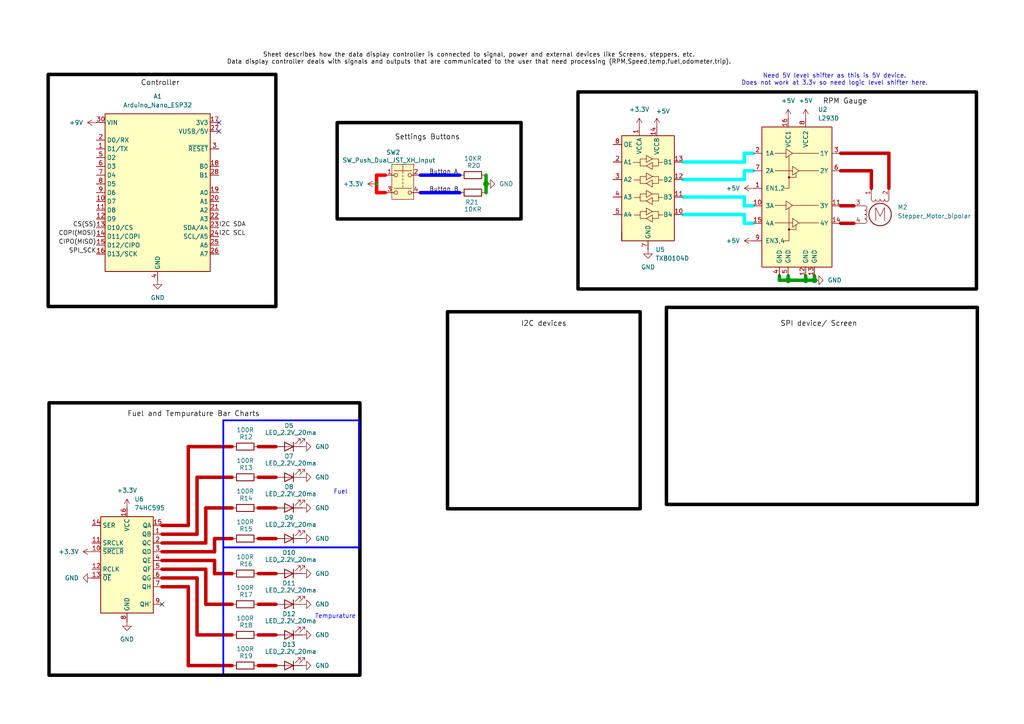
<source format=kicad_sch>
(kicad_sch
	(version 20250114)
	(generator "eeschema")
	(generator_version "9.0")
	(uuid "e394f830-5378-4cce-bbc1-9f36f9c300f4")
	(paper "A4")
	(title_block
		(title "Full CBR125RW6 Dash Project Schematic")
		(rev "1")
		(company "Ethan Sousa Projects")
	)
	(lib_symbols
		(symbol "74xx:74HC595"
			(exclude_from_sim no)
			(in_bom yes)
			(on_board yes)
			(property "Reference" "U"
				(at -7.62 13.97 0)
				(effects
					(font
						(size 1.27 1.27)
					)
				)
			)
			(property "Value" "74HC595"
				(at -7.62 -16.51 0)
				(effects
					(font
						(size 1.27 1.27)
					)
				)
			)
			(property "Footprint" ""
				(at 0 0 0)
				(effects
					(font
						(size 1.27 1.27)
					)
					(hide yes)
				)
			)
			(property "Datasheet" "http://www.ti.com/lit/ds/symlink/sn74hc595.pdf"
				(at 0 0 0)
				(effects
					(font
						(size 1.27 1.27)
					)
					(hide yes)
				)
			)
			(property "Description" "8-bit serial in/out Shift Register 3-State Outputs"
				(at 0 0 0)
				(effects
					(font
						(size 1.27 1.27)
					)
					(hide yes)
				)
			)
			(property "ki_keywords" "HCMOS SR 3State"
				(at 0 0 0)
				(effects
					(font
						(size 1.27 1.27)
					)
					(hide yes)
				)
			)
			(property "ki_fp_filters" "DIP*W7.62mm* SOIC*3.9x9.9mm*P1.27mm* TSSOP*4.4x5mm*P0.65mm* SOIC*5.3x10.2mm*P1.27mm* SOIC*7.5x10.3mm*P1.27mm*"
				(at 0 0 0)
				(effects
					(font
						(size 1.27 1.27)
					)
					(hide yes)
				)
			)
			(symbol "74HC595_1_0"
				(pin input line
					(at -10.16 10.16 0)
					(length 2.54)
					(name "SER"
						(effects
							(font
								(size 1.27 1.27)
							)
						)
					)
					(number "14"
						(effects
							(font
								(size 1.27 1.27)
							)
						)
					)
				)
				(pin input line
					(at -10.16 5.08 0)
					(length 2.54)
					(name "SRCLK"
						(effects
							(font
								(size 1.27 1.27)
							)
						)
					)
					(number "11"
						(effects
							(font
								(size 1.27 1.27)
							)
						)
					)
				)
				(pin input line
					(at -10.16 2.54 0)
					(length 2.54)
					(name "~{SRCLR}"
						(effects
							(font
								(size 1.27 1.27)
							)
						)
					)
					(number "10"
						(effects
							(font
								(size 1.27 1.27)
							)
						)
					)
				)
				(pin input line
					(at -10.16 -2.54 0)
					(length 2.54)
					(name "RCLK"
						(effects
							(font
								(size 1.27 1.27)
							)
						)
					)
					(number "12"
						(effects
							(font
								(size 1.27 1.27)
							)
						)
					)
				)
				(pin input line
					(at -10.16 -5.08 0)
					(length 2.54)
					(name "~{OE}"
						(effects
							(font
								(size 1.27 1.27)
							)
						)
					)
					(number "13"
						(effects
							(font
								(size 1.27 1.27)
							)
						)
					)
				)
				(pin power_in line
					(at 0 15.24 270)
					(length 2.54)
					(name "VCC"
						(effects
							(font
								(size 1.27 1.27)
							)
						)
					)
					(number "16"
						(effects
							(font
								(size 1.27 1.27)
							)
						)
					)
				)
				(pin power_in line
					(at 0 -17.78 90)
					(length 2.54)
					(name "GND"
						(effects
							(font
								(size 1.27 1.27)
							)
						)
					)
					(number "8"
						(effects
							(font
								(size 1.27 1.27)
							)
						)
					)
				)
				(pin tri_state line
					(at 10.16 10.16 180)
					(length 2.54)
					(name "QA"
						(effects
							(font
								(size 1.27 1.27)
							)
						)
					)
					(number "15"
						(effects
							(font
								(size 1.27 1.27)
							)
						)
					)
				)
				(pin tri_state line
					(at 10.16 7.62 180)
					(length 2.54)
					(name "QB"
						(effects
							(font
								(size 1.27 1.27)
							)
						)
					)
					(number "1"
						(effects
							(font
								(size 1.27 1.27)
							)
						)
					)
				)
				(pin tri_state line
					(at 10.16 5.08 180)
					(length 2.54)
					(name "QC"
						(effects
							(font
								(size 1.27 1.27)
							)
						)
					)
					(number "2"
						(effects
							(font
								(size 1.27 1.27)
							)
						)
					)
				)
				(pin tri_state line
					(at 10.16 2.54 180)
					(length 2.54)
					(name "QD"
						(effects
							(font
								(size 1.27 1.27)
							)
						)
					)
					(number "3"
						(effects
							(font
								(size 1.27 1.27)
							)
						)
					)
				)
				(pin tri_state line
					(at 10.16 0 180)
					(length 2.54)
					(name "QE"
						(effects
							(font
								(size 1.27 1.27)
							)
						)
					)
					(number "4"
						(effects
							(font
								(size 1.27 1.27)
							)
						)
					)
				)
				(pin tri_state line
					(at 10.16 -2.54 180)
					(length 2.54)
					(name "QF"
						(effects
							(font
								(size 1.27 1.27)
							)
						)
					)
					(number "5"
						(effects
							(font
								(size 1.27 1.27)
							)
						)
					)
				)
				(pin tri_state line
					(at 10.16 -5.08 180)
					(length 2.54)
					(name "QG"
						(effects
							(font
								(size 1.27 1.27)
							)
						)
					)
					(number "6"
						(effects
							(font
								(size 1.27 1.27)
							)
						)
					)
				)
				(pin tri_state line
					(at 10.16 -7.62 180)
					(length 2.54)
					(name "QH"
						(effects
							(font
								(size 1.27 1.27)
							)
						)
					)
					(number "7"
						(effects
							(font
								(size 1.27 1.27)
							)
						)
					)
				)
				(pin output line
					(at 10.16 -12.7 180)
					(length 2.54)
					(name "QH'"
						(effects
							(font
								(size 1.27 1.27)
							)
						)
					)
					(number "9"
						(effects
							(font
								(size 1.27 1.27)
							)
						)
					)
				)
			)
			(symbol "74HC595_1_1"
				(rectangle
					(start -7.62 12.7)
					(end 7.62 -15.24)
					(stroke
						(width 0.254)
						(type default)
					)
					(fill
						(type background)
					)
				)
			)
			(embedded_fonts no)
		)
		(symbol "Device:LED"
			(pin_numbers
				(hide yes)
			)
			(pin_names
				(offset 1.016)
				(hide yes)
			)
			(exclude_from_sim no)
			(in_bom yes)
			(on_board yes)
			(property "Reference" "D"
				(at 0 2.54 0)
				(effects
					(font
						(size 1.27 1.27)
					)
				)
			)
			(property "Value" "LED"
				(at 0 -2.54 0)
				(effects
					(font
						(size 1.27 1.27)
					)
				)
			)
			(property "Footprint" ""
				(at 0 0 0)
				(effects
					(font
						(size 1.27 1.27)
					)
					(hide yes)
				)
			)
			(property "Datasheet" "~"
				(at 0 0 0)
				(effects
					(font
						(size 1.27 1.27)
					)
					(hide yes)
				)
			)
			(property "Description" "Light emitting diode"
				(at 0 0 0)
				(effects
					(font
						(size 1.27 1.27)
					)
					(hide yes)
				)
			)
			(property "Sim.Pins" "1=K 2=A"
				(at 0 0 0)
				(effects
					(font
						(size 1.27 1.27)
					)
					(hide yes)
				)
			)
			(property "ki_keywords" "LED diode"
				(at 0 0 0)
				(effects
					(font
						(size 1.27 1.27)
					)
					(hide yes)
				)
			)
			(property "ki_fp_filters" "LED* LED_SMD:* LED_THT:*"
				(at 0 0 0)
				(effects
					(font
						(size 1.27 1.27)
					)
					(hide yes)
				)
			)
			(symbol "LED_0_1"
				(polyline
					(pts
						(xy -3.048 -0.762) (xy -4.572 -2.286) (xy -3.81 -2.286) (xy -4.572 -2.286) (xy -4.572 -1.524)
					)
					(stroke
						(width 0)
						(type default)
					)
					(fill
						(type none)
					)
				)
				(polyline
					(pts
						(xy -1.778 -0.762) (xy -3.302 -2.286) (xy -2.54 -2.286) (xy -3.302 -2.286) (xy -3.302 -1.524)
					)
					(stroke
						(width 0)
						(type default)
					)
					(fill
						(type none)
					)
				)
				(polyline
					(pts
						(xy -1.27 0) (xy 1.27 0)
					)
					(stroke
						(width 0)
						(type default)
					)
					(fill
						(type none)
					)
				)
				(polyline
					(pts
						(xy -1.27 -1.27) (xy -1.27 1.27)
					)
					(stroke
						(width 0.254)
						(type default)
					)
					(fill
						(type none)
					)
				)
				(polyline
					(pts
						(xy 1.27 -1.27) (xy 1.27 1.27) (xy -1.27 0) (xy 1.27 -1.27)
					)
					(stroke
						(width 0.254)
						(type default)
					)
					(fill
						(type none)
					)
				)
			)
			(symbol "LED_1_1"
				(pin passive line
					(at -3.81 0 0)
					(length 2.54)
					(name "K"
						(effects
							(font
								(size 1.27 1.27)
							)
						)
					)
					(number "1"
						(effects
							(font
								(size 1.27 1.27)
							)
						)
					)
				)
				(pin passive line
					(at 3.81 0 180)
					(length 2.54)
					(name "A"
						(effects
							(font
								(size 1.27 1.27)
							)
						)
					)
					(number "2"
						(effects
							(font
								(size 1.27 1.27)
							)
						)
					)
				)
			)
			(embedded_fonts no)
		)
		(symbol "Device:R"
			(pin_numbers
				(hide yes)
			)
			(pin_names
				(offset 0)
			)
			(exclude_from_sim no)
			(in_bom yes)
			(on_board yes)
			(property "Reference" "R"
				(at 2.032 0 90)
				(effects
					(font
						(size 1.27 1.27)
					)
				)
			)
			(property "Value" "R"
				(at 0 0 90)
				(effects
					(font
						(size 1.27 1.27)
					)
				)
			)
			(property "Footprint" ""
				(at -1.778 0 90)
				(effects
					(font
						(size 1.27 1.27)
					)
					(hide yes)
				)
			)
			(property "Datasheet" "~"
				(at 0 0 0)
				(effects
					(font
						(size 1.27 1.27)
					)
					(hide yes)
				)
			)
			(property "Description" "Resistor"
				(at 0 0 0)
				(effects
					(font
						(size 1.27 1.27)
					)
					(hide yes)
				)
			)
			(property "ki_keywords" "R res resistor"
				(at 0 0 0)
				(effects
					(font
						(size 1.27 1.27)
					)
					(hide yes)
				)
			)
			(property "ki_fp_filters" "R_*"
				(at 0 0 0)
				(effects
					(font
						(size 1.27 1.27)
					)
					(hide yes)
				)
			)
			(symbol "R_0_1"
				(rectangle
					(start -1.016 -2.54)
					(end 1.016 2.54)
					(stroke
						(width 0.254)
						(type default)
					)
					(fill
						(type none)
					)
				)
			)
			(symbol "R_1_1"
				(pin passive line
					(at 0 3.81 270)
					(length 1.27)
					(name "~"
						(effects
							(font
								(size 1.27 1.27)
							)
						)
					)
					(number "1"
						(effects
							(font
								(size 1.27 1.27)
							)
						)
					)
				)
				(pin passive line
					(at 0 -3.81 90)
					(length 1.27)
					(name "~"
						(effects
							(font
								(size 1.27 1.27)
							)
						)
					)
					(number "2"
						(effects
							(font
								(size 1.27 1.27)
							)
						)
					)
				)
			)
			(embedded_fonts no)
		)
		(symbol "Driver_Motor:L293D"
			(pin_names
				(offset 1.016)
			)
			(exclude_from_sim no)
			(in_bom yes)
			(on_board yes)
			(property "Reference" "U"
				(at -5.08 26.035 0)
				(effects
					(font
						(size 1.27 1.27)
					)
					(justify right)
				)
			)
			(property "Value" "L293D"
				(at -5.08 24.13 0)
				(effects
					(font
						(size 1.27 1.27)
					)
					(justify right)
				)
			)
			(property "Footprint" "Package_DIP:DIP-16_W7.62mm"
				(at 6.35 -19.05 0)
				(effects
					(font
						(size 1.27 1.27)
					)
					(justify left)
					(hide yes)
				)
			)
			(property "Datasheet" "http://www.ti.com/lit/ds/symlink/l293.pdf"
				(at -7.62 17.78 0)
				(effects
					(font
						(size 1.27 1.27)
					)
					(hide yes)
				)
			)
			(property "Description" "Quadruple Half-H Drivers"
				(at 0 0 0)
				(effects
					(font
						(size 1.27 1.27)
					)
					(hide yes)
				)
			)
			(property "ki_keywords" "Half-H Driver Motor"
				(at 0 0 0)
				(effects
					(font
						(size 1.27 1.27)
					)
					(hide yes)
				)
			)
			(property "ki_fp_filters" "DIP*W7.62mm*"
				(at 0 0 0)
				(effects
					(font
						(size 1.27 1.27)
					)
					(hide yes)
				)
			)
			(symbol "L293D_0_1"
				(rectangle
					(start -10.16 22.86)
					(end 10.16 -17.78)
					(stroke
						(width 0.254)
						(type default)
					)
					(fill
						(type background)
					)
				)
				(polyline
					(pts
						(xy -6.35 15.24) (xy -3.175 15.24)
					)
					(stroke
						(width 0)
						(type default)
					)
					(fill
						(type none)
					)
				)
				(polyline
					(pts
						(xy -6.35 10.16) (xy -1.27 10.16)
					)
					(stroke
						(width 0)
						(type default)
					)
					(fill
						(type none)
					)
				)
				(polyline
					(pts
						(xy -6.35 0.127) (xy -3.175 0.127)
					)
					(stroke
						(width 0)
						(type default)
					)
					(fill
						(type none)
					)
				)
				(polyline
					(pts
						(xy -6.35 -4.953) (xy -1.27 -4.953)
					)
					(stroke
						(width 0)
						(type default)
					)
					(fill
						(type none)
					)
				)
				(polyline
					(pts
						(xy -3.175 16.51) (xy -3.175 13.97) (xy -1.27 15.24) (xy -3.175 16.51)
					)
					(stroke
						(width 0)
						(type default)
					)
					(fill
						(type none)
					)
				)
				(polyline
					(pts
						(xy -3.175 1.397) (xy -3.175 -1.143) (xy -1.27 0.127) (xy -3.175 1.397)
					)
					(stroke
						(width 0)
						(type default)
					)
					(fill
						(type none)
					)
				)
				(polyline
					(pts
						(xy -2.286 14.478) (xy -2.286 5.08) (xy -3.556 5.08)
					)
					(stroke
						(width 0)
						(type default)
					)
					(fill
						(type none)
					)
				)
				(circle
					(center -2.286 8.255)
					(radius 0.254)
					(stroke
						(width 0)
						(type default)
					)
					(fill
						(type outline)
					)
				)
				(polyline
					(pts
						(xy -2.286 8.255) (xy -0.254 8.255) (xy -0.254 9.525)
					)
					(stroke
						(width 0)
						(type default)
					)
					(fill
						(type none)
					)
				)
				(polyline
					(pts
						(xy -2.286 -0.635) (xy -2.286 -10.16) (xy -3.556 -10.16)
					)
					(stroke
						(width 0)
						(type default)
					)
					(fill
						(type none)
					)
				)
				(circle
					(center -2.286 -6.858)
					(radius 0.254)
					(stroke
						(width 0)
						(type default)
					)
					(fill
						(type outline)
					)
				)
				(polyline
					(pts
						(xy -2.286 -6.858) (xy -0.254 -6.858) (xy -0.254 -5.588)
					)
					(stroke
						(width 0)
						(type default)
					)
					(fill
						(type none)
					)
				)
				(polyline
					(pts
						(xy -1.27 15.24) (xy 6.35 15.24)
					)
					(stroke
						(width 0)
						(type default)
					)
					(fill
						(type none)
					)
				)
				(polyline
					(pts
						(xy -1.27 11.43) (xy -1.27 8.89) (xy 0.635 10.16) (xy -1.27 11.43)
					)
					(stroke
						(width 0)
						(type default)
					)
					(fill
						(type none)
					)
				)
				(polyline
					(pts
						(xy -1.27 0.127) (xy 6.35 0.127)
					)
					(stroke
						(width 0)
						(type default)
					)
					(fill
						(type none)
					)
				)
				(polyline
					(pts
						(xy -1.27 -3.683) (xy -1.27 -6.223) (xy 0.635 -4.953) (xy -1.27 -3.683)
					)
					(stroke
						(width 0)
						(type default)
					)
					(fill
						(type none)
					)
				)
				(polyline
					(pts
						(xy 0.635 10.16) (xy 6.35 10.16)
					)
					(stroke
						(width 0)
						(type default)
					)
					(fill
						(type none)
					)
				)
				(polyline
					(pts
						(xy 0.635 -4.953) (xy 6.35 -4.953)
					)
					(stroke
						(width 0)
						(type default)
					)
					(fill
						(type none)
					)
				)
			)
			(symbol "L293D_1_1"
				(pin input line
					(at -12.7 15.24 0)
					(length 2.54)
					(name "1A"
						(effects
							(font
								(size 1.27 1.27)
							)
						)
					)
					(number "2"
						(effects
							(font
								(size 1.27 1.27)
							)
						)
					)
				)
				(pin input line
					(at -12.7 10.16 0)
					(length 2.54)
					(name "2A"
						(effects
							(font
								(size 1.27 1.27)
							)
						)
					)
					(number "7"
						(effects
							(font
								(size 1.27 1.27)
							)
						)
					)
				)
				(pin input line
					(at -12.7 5.08 0)
					(length 2.54)
					(name "EN1,2"
						(effects
							(font
								(size 1.27 1.27)
							)
						)
					)
					(number "1"
						(effects
							(font
								(size 1.27 1.27)
							)
						)
					)
				)
				(pin input line
					(at -12.7 0 0)
					(length 2.54)
					(name "3A"
						(effects
							(font
								(size 1.27 1.27)
							)
						)
					)
					(number "10"
						(effects
							(font
								(size 1.27 1.27)
							)
						)
					)
				)
				(pin input line
					(at -12.7 -5.08 0)
					(length 2.54)
					(name "4A"
						(effects
							(font
								(size 1.27 1.27)
							)
						)
					)
					(number "15"
						(effects
							(font
								(size 1.27 1.27)
							)
						)
					)
				)
				(pin input line
					(at -12.7 -10.16 0)
					(length 2.54)
					(name "EN3,4"
						(effects
							(font
								(size 1.27 1.27)
							)
						)
					)
					(number "9"
						(effects
							(font
								(size 1.27 1.27)
							)
						)
					)
				)
				(pin power_in line
					(at -5.08 -20.32 90)
					(length 2.54)
					(name "GND"
						(effects
							(font
								(size 1.27 1.27)
							)
						)
					)
					(number "4"
						(effects
							(font
								(size 1.27 1.27)
							)
						)
					)
				)
				(pin power_in line
					(at -2.54 25.4 270)
					(length 2.54)
					(name "VCC1"
						(effects
							(font
								(size 1.27 1.27)
							)
						)
					)
					(number "16"
						(effects
							(font
								(size 1.27 1.27)
							)
						)
					)
				)
				(pin power_in line
					(at -2.54 -20.32 90)
					(length 2.54)
					(name "GND"
						(effects
							(font
								(size 1.27 1.27)
							)
						)
					)
					(number "5"
						(effects
							(font
								(size 1.27 1.27)
							)
						)
					)
				)
				(pin power_in line
					(at 2.54 25.4 270)
					(length 2.54)
					(name "VCC2"
						(effects
							(font
								(size 1.27 1.27)
							)
						)
					)
					(number "8"
						(effects
							(font
								(size 1.27 1.27)
							)
						)
					)
				)
				(pin power_in line
					(at 2.54 -20.32 90)
					(length 2.54)
					(name "GND"
						(effects
							(font
								(size 1.27 1.27)
							)
						)
					)
					(number "12"
						(effects
							(font
								(size 1.27 1.27)
							)
						)
					)
				)
				(pin power_in line
					(at 5.08 -20.32 90)
					(length 2.54)
					(name "GND"
						(effects
							(font
								(size 1.27 1.27)
							)
						)
					)
					(number "13"
						(effects
							(font
								(size 1.27 1.27)
							)
						)
					)
				)
				(pin output line
					(at 12.7 15.24 180)
					(length 2.54)
					(name "1Y"
						(effects
							(font
								(size 1.27 1.27)
							)
						)
					)
					(number "3"
						(effects
							(font
								(size 1.27 1.27)
							)
						)
					)
				)
				(pin output line
					(at 12.7 10.16 180)
					(length 2.54)
					(name "2Y"
						(effects
							(font
								(size 1.27 1.27)
							)
						)
					)
					(number "6"
						(effects
							(font
								(size 1.27 1.27)
							)
						)
					)
				)
				(pin output line
					(at 12.7 0 180)
					(length 2.54)
					(name "3Y"
						(effects
							(font
								(size 1.27 1.27)
							)
						)
					)
					(number "11"
						(effects
							(font
								(size 1.27 1.27)
							)
						)
					)
				)
				(pin output line
					(at 12.7 -5.08 180)
					(length 2.54)
					(name "4Y"
						(effects
							(font
								(size 1.27 1.27)
							)
						)
					)
					(number "14"
						(effects
							(font
								(size 1.27 1.27)
							)
						)
					)
				)
			)
			(embedded_fonts no)
		)
		(symbol "Logic_LevelTranslator:TXB0104D"
			(exclude_from_sim no)
			(in_bom yes)
			(on_board yes)
			(property "Reference" "U"
				(at -6.35 16.51 0)
				(effects
					(font
						(size 1.27 1.27)
					)
				)
			)
			(property "Value" "TXB0104D"
				(at 3.81 16.51 0)
				(effects
					(font
						(size 1.27 1.27)
					)
					(justify left)
				)
			)
			(property "Footprint" "Package_SO:SOIC-14_3.9x8.7mm_P1.27mm"
				(at 0 -19.05 0)
				(effects
					(font
						(size 1.27 1.27)
					)
					(hide yes)
				)
			)
			(property "Datasheet" "http://www.ti.com/lit/ds/symlink/txb0104.pdf"
				(at 2.794 2.413 0)
				(effects
					(font
						(size 1.27 1.27)
					)
					(hide yes)
				)
			)
			(property "Description" "4-Bit Bidirectional Voltage-Level Translator, Auto Direction Sensing and ±15-kV ESD Protection, 1.2 - 3.6V APort, 1.65 - 5.5V BPort, SOIC-14"
				(at 0 0 0)
				(effects
					(font
						(size 1.27 1.27)
					)
					(hide yes)
				)
			)
			(property "ki_keywords" "Level-Shifter CMOS-TTL-Translation"
				(at 0 0 0)
				(effects
					(font
						(size 1.27 1.27)
					)
					(hide yes)
				)
			)
			(property "ki_fp_filters" "SOIC*14*7mm*P1.27mm*"
				(at 0 0 0)
				(effects
					(font
						(size 1.27 1.27)
					)
					(hide yes)
				)
			)
			(symbol "TXB0104D_0_1"
				(rectangle
					(start -7.62 15.24)
					(end 7.62 -15.24)
					(stroke
						(width 0.254)
						(type default)
					)
					(fill
						(type background)
					)
				)
				(rectangle
					(start -7.62 -15.24)
					(end -7.62 -12.7)
					(stroke
						(width 0.254)
						(type default)
					)
					(fill
						(type none)
					)
				)
				(polyline
					(pts
						(xy -2.286 7.493) (xy -2.286 8.509) (xy -0.508 8.509)
					)
					(stroke
						(width 0)
						(type default)
					)
					(fill
						(type none)
					)
				)
				(polyline
					(pts
						(xy -2.286 2.413) (xy -2.286 3.429) (xy -0.508 3.429)
					)
					(stroke
						(width 0)
						(type default)
					)
					(fill
						(type none)
					)
				)
				(polyline
					(pts
						(xy -2.286 -2.667) (xy -2.286 -1.651) (xy -0.508 -1.651)
					)
					(stroke
						(width 0)
						(type default)
					)
					(fill
						(type none)
					)
				)
				(polyline
					(pts
						(xy -2.286 -7.747) (xy -2.286 -6.731) (xy -0.508 -6.731)
					)
					(stroke
						(width 0)
						(type default)
					)
					(fill
						(type none)
					)
				)
				(polyline
					(pts
						(xy -0.508 6.477) (xy -2.286 6.477) (xy -2.286 7.493) (xy -4.318 7.493)
					)
					(stroke
						(width 0)
						(type default)
					)
					(fill
						(type none)
					)
				)
				(polyline
					(pts
						(xy -0.508 6.477) (xy 1.27 7.493) (xy 1.27 5.461) (xy -0.508 6.477)
					)
					(stroke
						(width 0)
						(type default)
					)
					(fill
						(type none)
					)
				)
				(polyline
					(pts
						(xy -0.508 1.397) (xy -2.286 1.397) (xy -2.286 2.413) (xy -4.064 2.413)
					)
					(stroke
						(width 0)
						(type default)
					)
					(fill
						(type none)
					)
				)
				(polyline
					(pts
						(xy -0.508 1.397) (xy 1.27 2.413) (xy 1.27 0.381) (xy -0.508 1.397)
					)
					(stroke
						(width 0)
						(type default)
					)
					(fill
						(type none)
					)
				)
				(polyline
					(pts
						(xy -0.508 -3.683) (xy -2.286 -3.683) (xy -2.286 -2.667) (xy -4.064 -2.667)
					)
					(stroke
						(width 0)
						(type default)
					)
					(fill
						(type none)
					)
				)
				(polyline
					(pts
						(xy -0.508 -3.683) (xy 1.27 -2.667) (xy 1.27 -4.699) (xy -0.508 -3.683)
					)
					(stroke
						(width 0)
						(type default)
					)
					(fill
						(type none)
					)
				)
				(polyline
					(pts
						(xy -0.508 -8.763) (xy -2.286 -8.763) (xy -2.286 -7.747) (xy -4.064 -7.747)
					)
					(stroke
						(width 0)
						(type default)
					)
					(fill
						(type none)
					)
				)
				(polyline
					(pts
						(xy -0.508 -8.763) (xy 1.27 -7.747) (xy 1.27 -9.779) (xy -0.508 -8.763)
					)
					(stroke
						(width 0)
						(type default)
					)
					(fill
						(type none)
					)
				)
				(polyline
					(pts
						(xy 1.27 8.509) (xy -0.508 7.493) (xy -0.508 9.525) (xy 1.27 8.509)
					)
					(stroke
						(width 0)
						(type default)
					)
					(fill
						(type none)
					)
				)
				(polyline
					(pts
						(xy 1.27 8.509) (xy 3.048 8.509) (xy 3.048 7.493) (xy 4.318 7.493)
					)
					(stroke
						(width 0)
						(type default)
					)
					(fill
						(type none)
					)
				)
				(polyline
					(pts
						(xy 1.27 3.429) (xy -0.508 2.413) (xy -0.508 4.445) (xy 1.27 3.429)
					)
					(stroke
						(width 0)
						(type default)
					)
					(fill
						(type none)
					)
				)
				(polyline
					(pts
						(xy 1.27 3.429) (xy 3.048 3.429) (xy 3.048 2.413) (xy 4.318 2.413)
					)
					(stroke
						(width 0)
						(type default)
					)
					(fill
						(type none)
					)
				)
				(polyline
					(pts
						(xy 1.27 -1.651) (xy -0.508 -2.667) (xy -0.508 -0.635) (xy 1.27 -1.651)
					)
					(stroke
						(width 0)
						(type default)
					)
					(fill
						(type none)
					)
				)
				(polyline
					(pts
						(xy 1.27 -1.651) (xy 3.048 -1.651) (xy 3.048 -2.667) (xy 4.318 -2.667)
					)
					(stroke
						(width 0)
						(type default)
					)
					(fill
						(type none)
					)
				)
				(polyline
					(pts
						(xy 1.27 -6.731) (xy -0.508 -7.747) (xy -0.508 -5.715) (xy 1.27 -6.731)
					)
					(stroke
						(width 0)
						(type default)
					)
					(fill
						(type none)
					)
				)
				(polyline
					(pts
						(xy 1.27 -6.731) (xy 3.048 -6.731) (xy 3.048 -7.747) (xy 4.318 -7.747)
					)
					(stroke
						(width 0)
						(type default)
					)
					(fill
						(type none)
					)
				)
				(polyline
					(pts
						(xy 3.048 7.493) (xy 3.048 6.477) (xy 1.27 6.477)
					)
					(stroke
						(width 0)
						(type default)
					)
					(fill
						(type none)
					)
				)
				(polyline
					(pts
						(xy 3.048 2.413) (xy 3.048 1.397) (xy 1.27 1.397)
					)
					(stroke
						(width 0)
						(type default)
					)
					(fill
						(type none)
					)
				)
				(polyline
					(pts
						(xy 3.048 -2.667) (xy 3.048 -3.683) (xy 1.27 -3.683)
					)
					(stroke
						(width 0)
						(type default)
					)
					(fill
						(type none)
					)
				)
				(polyline
					(pts
						(xy 3.048 -7.747) (xy 3.048 -8.763) (xy 1.27 -8.763)
					)
					(stroke
						(width 0)
						(type default)
					)
					(fill
						(type none)
					)
				)
			)
			(symbol "TXB0104D_1_1"
				(pin input line
					(at -10.16 12.7 0)
					(length 2.54)
					(name "OE"
						(effects
							(font
								(size 1.27 1.27)
							)
						)
					)
					(number "8"
						(effects
							(font
								(size 1.27 1.27)
							)
						)
					)
				)
				(pin bidirectional line
					(at -10.16 7.62 0)
					(length 2.54)
					(name "A1"
						(effects
							(font
								(size 1.27 1.27)
							)
						)
					)
					(number "2"
						(effects
							(font
								(size 1.27 1.27)
							)
						)
					)
				)
				(pin bidirectional line
					(at -10.16 2.54 0)
					(length 2.54)
					(name "A2"
						(effects
							(font
								(size 1.27 1.27)
							)
						)
					)
					(number "3"
						(effects
							(font
								(size 1.27 1.27)
							)
						)
					)
				)
				(pin bidirectional line
					(at -10.16 -2.54 0)
					(length 2.54)
					(name "A3"
						(effects
							(font
								(size 1.27 1.27)
							)
						)
					)
					(number "4"
						(effects
							(font
								(size 1.27 1.27)
							)
						)
					)
				)
				(pin bidirectional line
					(at -10.16 -7.62 0)
					(length 2.54)
					(name "A4"
						(effects
							(font
								(size 1.27 1.27)
							)
						)
					)
					(number "5"
						(effects
							(font
								(size 1.27 1.27)
							)
						)
					)
				)
				(pin no_connect line
					(at -7.62 -12.7 0)
					(length 2.54)
					(hide yes)
					(name "NC"
						(effects
							(font
								(size 1.27 1.27)
							)
						)
					)
					(number "6"
						(effects
							(font
								(size 1.27 1.27)
							)
						)
					)
				)
				(pin power_in line
					(at -2.54 17.78 270)
					(length 2.54)
					(name "VCCA"
						(effects
							(font
								(size 1.27 1.27)
							)
						)
					)
					(number "1"
						(effects
							(font
								(size 1.27 1.27)
							)
						)
					)
				)
				(pin power_in line
					(at 0 -17.78 90)
					(length 2.54)
					(name "GND"
						(effects
							(font
								(size 1.27 1.27)
							)
						)
					)
					(number "7"
						(effects
							(font
								(size 1.27 1.27)
							)
						)
					)
				)
				(pin power_in line
					(at 2.54 17.78 270)
					(length 2.54)
					(name "VCCB"
						(effects
							(font
								(size 1.27 1.27)
							)
						)
					)
					(number "14"
						(effects
							(font
								(size 1.27 1.27)
							)
						)
					)
				)
				(pin no_connect line
					(at 7.62 -12.7 180)
					(length 2.54)
					(hide yes)
					(name "NC"
						(effects
							(font
								(size 1.27 1.27)
							)
						)
					)
					(number "9"
						(effects
							(font
								(size 1.27 1.27)
							)
						)
					)
				)
				(pin bidirectional line
					(at 10.16 7.62 180)
					(length 2.54)
					(name "B1"
						(effects
							(font
								(size 1.27 1.27)
							)
						)
					)
					(number "13"
						(effects
							(font
								(size 1.27 1.27)
							)
						)
					)
				)
				(pin bidirectional line
					(at 10.16 2.54 180)
					(length 2.54)
					(name "B2"
						(effects
							(font
								(size 1.27 1.27)
							)
						)
					)
					(number "12"
						(effects
							(font
								(size 1.27 1.27)
							)
						)
					)
				)
				(pin bidirectional line
					(at 10.16 -2.54 180)
					(length 2.54)
					(name "B3"
						(effects
							(font
								(size 1.27 1.27)
							)
						)
					)
					(number "11"
						(effects
							(font
								(size 1.27 1.27)
							)
						)
					)
				)
				(pin bidirectional line
					(at 10.16 -7.62 180)
					(length 2.54)
					(name "B4"
						(effects
							(font
								(size 1.27 1.27)
							)
						)
					)
					(number "10"
						(effects
							(font
								(size 1.27 1.27)
							)
						)
					)
				)
			)
			(embedded_fonts no)
		)
		(symbol "MCU_Module:Arduino_Nano_ESP32"
			(exclude_from_sim no)
			(in_bom yes)
			(on_board yes)
			(property "Reference" "A"
				(at -14.986 23.622 0)
				(effects
					(font
						(size 1.27 1.27)
					)
					(justify left bottom)
				)
			)
			(property "Value" "Arduino_Nano_ESP32"
				(at 3.81 -25.654 0)
				(effects
					(font
						(size 1.27 1.27)
					)
					(justify left top)
				)
			)
			(property "Footprint" "Module:Arduino_Nano"
				(at 13.716 -34.036 0)
				(effects
					(font
						(size 1.27 1.27)
						(italic yes)
					)
					(hide yes)
				)
			)
			(property "Datasheet" "https://docs.arduino.cc/resources/datasheets/ABX00083-datasheet.pdf"
				(at 39.116 -31.496 0)
				(effects
					(font
						(size 1.27 1.27)
					)
					(hide yes)
				)
			)
			(property "Description" "Arduino Nano board based on the ESP32-S3 with a dual-core 240 MHz processor, 384 kB ROM, 512 kB SRAM. Operates at 3.3V, with 5V USB-C® input and 6-21V VIN. Features Wi-Fi®, Bluetooth® LE, digital and analog pins, and supports SPI, I2C, UART, I2S, and CAN."
				(at 138.43 -28.956 0)
				(effects
					(font
						(size 1.27 1.27)
					)
					(hide yes)
				)
			)
			(property "ki_keywords" "Arduino Nano ESP32"
				(at 0 0 0)
				(effects
					(font
						(size 1.27 1.27)
					)
					(hide yes)
				)
			)
			(property "ki_fp_filters" "Arduino*Nano*"
				(at 0 0 0)
				(effects
					(font
						(size 1.27 1.27)
					)
					(hide yes)
				)
			)
			(symbol "Arduino_Nano_ESP32_0_1"
				(rectangle
					(start -15.24 22.86)
					(end 15.24 -22.86)
					(stroke
						(width 0.254)
						(type default)
					)
					(fill
						(type background)
					)
				)
			)
			(symbol "Arduino_Nano_ESP32_1_1"
				(pin power_in line
					(at -17.78 20.32 0)
					(length 2.54)
					(name "VIN"
						(effects
							(font
								(size 1.27 1.27)
							)
						)
					)
					(number "30"
						(effects
							(font
								(size 1.27 1.27)
							)
						)
					)
				)
				(pin bidirectional line
					(at -17.78 15.24 0)
					(length 2.54)
					(name "D0/RX"
						(effects
							(font
								(size 1.27 1.27)
							)
						)
					)
					(number "2"
						(effects
							(font
								(size 1.27 1.27)
							)
						)
					)
				)
				(pin bidirectional line
					(at -17.78 12.7 0)
					(length 2.54)
					(name "D1/TX"
						(effects
							(font
								(size 1.27 1.27)
							)
						)
					)
					(number "1"
						(effects
							(font
								(size 1.27 1.27)
							)
						)
					)
				)
				(pin bidirectional line
					(at -17.78 10.16 0)
					(length 2.54)
					(name "D2"
						(effects
							(font
								(size 1.27 1.27)
							)
						)
					)
					(number "5"
						(effects
							(font
								(size 1.27 1.27)
							)
						)
					)
				)
				(pin bidirectional line
					(at -17.78 7.62 0)
					(length 2.54)
					(name "D3"
						(effects
							(font
								(size 1.27 1.27)
							)
						)
					)
					(number "6"
						(effects
							(font
								(size 1.27 1.27)
							)
						)
					)
				)
				(pin bidirectional line
					(at -17.78 5.08 0)
					(length 2.54)
					(name "D4"
						(effects
							(font
								(size 1.27 1.27)
							)
						)
					)
					(number "7"
						(effects
							(font
								(size 1.27 1.27)
							)
						)
					)
				)
				(pin bidirectional line
					(at -17.78 2.54 0)
					(length 2.54)
					(name "D5"
						(effects
							(font
								(size 1.27 1.27)
							)
						)
					)
					(number "8"
						(effects
							(font
								(size 1.27 1.27)
							)
						)
					)
				)
				(pin bidirectional line
					(at -17.78 0 0)
					(length 2.54)
					(name "D6"
						(effects
							(font
								(size 1.27 1.27)
							)
						)
					)
					(number "9"
						(effects
							(font
								(size 1.27 1.27)
							)
						)
					)
				)
				(pin bidirectional line
					(at -17.78 -2.54 0)
					(length 2.54)
					(name "D7"
						(effects
							(font
								(size 1.27 1.27)
							)
						)
					)
					(number "10"
						(effects
							(font
								(size 1.27 1.27)
							)
						)
					)
				)
				(pin bidirectional line
					(at -17.78 -5.08 0)
					(length 2.54)
					(name "D8"
						(effects
							(font
								(size 1.27 1.27)
							)
						)
					)
					(number "11"
						(effects
							(font
								(size 1.27 1.27)
							)
						)
					)
				)
				(pin bidirectional line
					(at -17.78 -7.62 0)
					(length 2.54)
					(name "D9"
						(effects
							(font
								(size 1.27 1.27)
							)
						)
					)
					(number "12"
						(effects
							(font
								(size 1.27 1.27)
							)
						)
					)
				)
				(pin bidirectional line
					(at -17.78 -10.16 0)
					(length 2.54)
					(name "D10/CS"
						(effects
							(font
								(size 1.27 1.27)
							)
						)
					)
					(number "13"
						(effects
							(font
								(size 1.27 1.27)
							)
						)
					)
				)
				(pin bidirectional line
					(at -17.78 -12.7 0)
					(length 2.54)
					(name "D11/COPI"
						(effects
							(font
								(size 1.27 1.27)
							)
						)
					)
					(number "14"
						(effects
							(font
								(size 1.27 1.27)
							)
						)
					)
				)
				(pin bidirectional line
					(at -17.78 -15.24 0)
					(length 2.54)
					(name "D12/CIPO"
						(effects
							(font
								(size 1.27 1.27)
							)
						)
					)
					(number "15"
						(effects
							(font
								(size 1.27 1.27)
							)
						)
					)
				)
				(pin bidirectional line
					(at -17.78 -17.78 0)
					(length 2.54)
					(name "D13/SCK"
						(effects
							(font
								(size 1.27 1.27)
							)
						)
					)
					(number "16"
						(effects
							(font
								(size 1.27 1.27)
							)
						)
					)
				)
				(pin passive line
					(at 0 -25.4 90)
					(length 2.54)
					(hide yes)
					(name "GND"
						(effects
							(font
								(size 1.27 1.27)
							)
						)
					)
					(number "29"
						(effects
							(font
								(size 1.27 1.27)
							)
						)
					)
				)
				(pin power_in line
					(at 0 -25.4 90)
					(length 2.54)
					(name "GND"
						(effects
							(font
								(size 1.27 1.27)
							)
						)
					)
					(number "4"
						(effects
							(font
								(size 1.27 1.27)
							)
						)
					)
				)
				(pin power_out line
					(at 17.78 20.32 180)
					(length 2.54)
					(name "3V3"
						(effects
							(font
								(size 1.27 1.27)
							)
						)
					)
					(number "17"
						(effects
							(font
								(size 1.27 1.27)
							)
						)
					)
				)
				(pin power_out line
					(at 17.78 17.78 180)
					(length 2.54)
					(name "VUSB/5V"
						(effects
							(font
								(size 1.27 1.27)
							)
						)
					)
					(number "27"
						(effects
							(font
								(size 1.27 1.27)
							)
						)
					)
				)
				(pin input line
					(at 17.78 12.7 180)
					(length 2.54)
					(name "~{RESET}"
						(effects
							(font
								(size 1.27 1.27)
							)
						)
					)
					(number "3"
						(effects
							(font
								(size 1.27 1.27)
							)
						)
					)
				)
				(pin bidirectional line
					(at 17.78 7.62 180)
					(length 2.54)
					(name "B0"
						(effects
							(font
								(size 1.27 1.27)
							)
						)
					)
					(number "18"
						(effects
							(font
								(size 1.27 1.27)
							)
						)
					)
				)
				(pin bidirectional line
					(at 17.78 5.08 180)
					(length 2.54)
					(name "B1"
						(effects
							(font
								(size 1.27 1.27)
							)
						)
					)
					(number "28"
						(effects
							(font
								(size 1.27 1.27)
							)
						)
					)
				)
				(pin bidirectional line
					(at 17.78 0 180)
					(length 2.54)
					(name "A0"
						(effects
							(font
								(size 1.27 1.27)
							)
						)
					)
					(number "19"
						(effects
							(font
								(size 1.27 1.27)
							)
						)
					)
				)
				(pin bidirectional line
					(at 17.78 -2.54 180)
					(length 2.54)
					(name "A1"
						(effects
							(font
								(size 1.27 1.27)
							)
						)
					)
					(number "20"
						(effects
							(font
								(size 1.27 1.27)
							)
						)
					)
				)
				(pin bidirectional line
					(at 17.78 -5.08 180)
					(length 2.54)
					(name "A2"
						(effects
							(font
								(size 1.27 1.27)
							)
						)
					)
					(number "21"
						(effects
							(font
								(size 1.27 1.27)
							)
						)
					)
				)
				(pin bidirectional line
					(at 17.78 -7.62 180)
					(length 2.54)
					(name "A3"
						(effects
							(font
								(size 1.27 1.27)
							)
						)
					)
					(number "22"
						(effects
							(font
								(size 1.27 1.27)
							)
						)
					)
				)
				(pin bidirectional line
					(at 17.78 -10.16 180)
					(length 2.54)
					(name "SDA/A4"
						(effects
							(font
								(size 1.27 1.27)
							)
						)
					)
					(number "23"
						(effects
							(font
								(size 1.27 1.27)
							)
						)
					)
				)
				(pin bidirectional line
					(at 17.78 -12.7 180)
					(length 2.54)
					(name "SCL/A5"
						(effects
							(font
								(size 1.27 1.27)
							)
						)
					)
					(number "24"
						(effects
							(font
								(size 1.27 1.27)
							)
						)
					)
				)
				(pin bidirectional line
					(at 17.78 -15.24 180)
					(length 2.54)
					(name "A6"
						(effects
							(font
								(size 1.27 1.27)
							)
						)
					)
					(number "25"
						(effects
							(font
								(size 1.27 1.27)
							)
						)
					)
				)
				(pin bidirectional line
					(at 17.78 -17.78 180)
					(length 2.54)
					(name "A7"
						(effects
							(font
								(size 1.27 1.27)
							)
						)
					)
					(number "26"
						(effects
							(font
								(size 1.27 1.27)
							)
						)
					)
				)
			)
			(embedded_fonts no)
		)
		(symbol "Motor:Stepper_Motor_bipolar"
			(pin_names
				(offset 0)
				(hide yes)
			)
			(exclude_from_sim no)
			(in_bom yes)
			(on_board yes)
			(property "Reference" "M"
				(at 3.81 2.54 0)
				(effects
					(font
						(size 1.27 1.27)
					)
					(justify left)
				)
			)
			(property "Value" "Stepper_Motor_bipolar"
				(at 3.81 1.27 0)
				(effects
					(font
						(size 1.27 1.27)
					)
					(justify left top)
				)
			)
			(property "Footprint" ""
				(at 0.254 -0.254 0)
				(effects
					(font
						(size 1.27 1.27)
					)
					(hide yes)
				)
			)
			(property "Datasheet" "http://www.infineon.com/dgdl/Application-Note-TLE8110EE_driving_UniPolarStepperMotor_V1.1.pdf?fileId=db3a30431be39b97011be5d0aa0a00b0"
				(at 0.254 -0.254 0)
				(effects
					(font
						(size 1.27 1.27)
					)
					(hide yes)
				)
			)
			(property "Description" "4-wire bipolar stepper motor"
				(at 0 0 0)
				(effects
					(font
						(size 1.27 1.27)
					)
					(hide yes)
				)
			)
			(property "ki_keywords" "bipolar stepper motor"
				(at 0 0 0)
				(effects
					(font
						(size 1.27 1.27)
					)
					(hide yes)
				)
			)
			(property "ki_fp_filters" "PinHeader*P2.54mm*Vertical* TerminalBlock* Motor*"
				(at 0 0 0)
				(effects
					(font
						(size 1.27 1.27)
					)
					(hide yes)
				)
			)
			(symbol "Stepper_Motor_bipolar_0_0"
				(polyline
					(pts
						(xy -1.27 -1.778) (xy -1.27 2.032) (xy 0 -0.508) (xy 1.27 2.032) (xy 1.27 -1.778)
					)
					(stroke
						(width 0)
						(type default)
					)
					(fill
						(type none)
					)
				)
			)
			(symbol "Stepper_Motor_bipolar_0_1"
				(polyline
					(pts
						(xy -5.08 2.54) (xy -4.445 2.54)
					)
					(stroke
						(width 0)
						(type default)
					)
					(fill
						(type none)
					)
				)
				(polyline
					(pts
						(xy -5.08 -2.54) (xy -4.445 -2.54)
					)
					(stroke
						(width 0)
						(type default)
					)
					(fill
						(type none)
					)
				)
				(arc
					(start -4.445 2.54)
					(mid -3.8127 1.905)
					(end -4.445 1.27)
					(stroke
						(width 0)
						(type default)
					)
					(fill
						(type none)
					)
				)
				(arc
					(start -4.445 1.27)
					(mid -3.8127 0.635)
					(end -4.445 0)
					(stroke
						(width 0)
						(type default)
					)
					(fill
						(type none)
					)
				)
				(arc
					(start -4.445 0)
					(mid -3.8127 -0.635)
					(end -4.445 -1.27)
					(stroke
						(width 0)
						(type default)
					)
					(fill
						(type none)
					)
				)
				(arc
					(start -4.445 -1.27)
					(mid -3.8127 -1.905)
					(end -4.445 -2.54)
					(stroke
						(width 0)
						(type default)
					)
					(fill
						(type none)
					)
				)
				(polyline
					(pts
						(xy -2.54 5.08) (xy -2.54 4.445)
					)
					(stroke
						(width 0)
						(type default)
					)
					(fill
						(type none)
					)
				)
				(arc
					(start -1.27 4.445)
					(mid -1.905 3.8127)
					(end -2.54 4.445)
					(stroke
						(width 0)
						(type default)
					)
					(fill
						(type none)
					)
				)
				(arc
					(start 0 4.445)
					(mid -0.635 3.8127)
					(end -1.27 4.445)
					(stroke
						(width 0)
						(type default)
					)
					(fill
						(type none)
					)
				)
				(circle
					(center 0 0)
					(radius 3.2512)
					(stroke
						(width 0.254)
						(type default)
					)
					(fill
						(type none)
					)
				)
				(arc
					(start 1.27 4.445)
					(mid 0.635 3.8127)
					(end 0 4.445)
					(stroke
						(width 0)
						(type default)
					)
					(fill
						(type none)
					)
				)
				(arc
					(start 2.54 4.445)
					(mid 1.905 3.8127)
					(end 1.27 4.445)
					(stroke
						(width 0)
						(type default)
					)
					(fill
						(type none)
					)
				)
				(polyline
					(pts
						(xy 2.54 5.08) (xy 2.54 4.445)
					)
					(stroke
						(width 0)
						(type default)
					)
					(fill
						(type none)
					)
				)
			)
			(symbol "Stepper_Motor_bipolar_1_1"
				(pin passive line
					(at -7.62 2.54 0)
					(length 2.54)
					(name "~"
						(effects
							(font
								(size 1.27 1.27)
							)
						)
					)
					(number "3"
						(effects
							(font
								(size 1.27 1.27)
							)
						)
					)
				)
				(pin passive line
					(at -7.62 -2.54 0)
					(length 2.54)
					(name "~"
						(effects
							(font
								(size 1.27 1.27)
							)
						)
					)
					(number "4"
						(effects
							(font
								(size 1.27 1.27)
							)
						)
					)
				)
				(pin passive line
					(at -2.54 7.62 270)
					(length 2.54)
					(name "~"
						(effects
							(font
								(size 1.27 1.27)
							)
						)
					)
					(number "1"
						(effects
							(font
								(size 1.27 1.27)
							)
						)
					)
				)
				(pin passive line
					(at 2.54 7.62 270)
					(length 2.54)
					(name "-"
						(effects
							(font
								(size 1.27 1.27)
							)
						)
					)
					(number "2"
						(effects
							(font
								(size 1.27 1.27)
							)
						)
					)
				)
			)
			(embedded_fonts no)
		)
		(symbol "Switch:SW_Push_Dual"
			(pin_names
				(offset 1.016)
				(hide yes)
			)
			(exclude_from_sim no)
			(in_bom yes)
			(on_board yes)
			(property "Reference" "SW"
				(at 0 7.62 0)
				(effects
					(font
						(size 1.27 1.27)
					)
				)
			)
			(property "Value" "SW_Push_Dual"
				(at 0 -6.35 0)
				(effects
					(font
						(size 1.27 1.27)
					)
				)
			)
			(property "Footprint" ""
				(at 0 7.62 0)
				(effects
					(font
						(size 1.27 1.27)
					)
					(hide yes)
				)
			)
			(property "Datasheet" "~"
				(at 0 0 0)
				(effects
					(font
						(size 1.27 1.27)
					)
					(hide yes)
				)
			)
			(property "Description" "Push button switch, generic, symbol, four pins"
				(at 0 0 0)
				(effects
					(font
						(size 1.27 1.27)
					)
					(hide yes)
				)
			)
			(property "ki_keywords" "switch normally-open pushbutton push-button"
				(at 0 0 0)
				(effects
					(font
						(size 1.27 1.27)
					)
					(hide yes)
				)
			)
			(symbol "SW_Push_Dual_0_1"
				(circle
					(center -2.032 2.54)
					(radius 0.508)
					(stroke
						(width 0)
						(type default)
					)
					(fill
						(type none)
					)
				)
				(circle
					(center -2.032 -2.54)
					(radius 0.508)
					(stroke
						(width 0)
						(type default)
					)
					(fill
						(type none)
					)
				)
				(polyline
					(pts
						(xy 0 3.81) (xy 0 5.588)
					)
					(stroke
						(width 0)
						(type default)
					)
					(fill
						(type none)
					)
				)
				(polyline
					(pts
						(xy 0 3.048) (xy 0 3.556)
					)
					(stroke
						(width 0)
						(type default)
					)
					(fill
						(type none)
					)
				)
				(polyline
					(pts
						(xy 0 2.032) (xy 0 2.54)
					)
					(stroke
						(width 0)
						(type default)
					)
					(fill
						(type none)
					)
				)
				(polyline
					(pts
						(xy 0 1.016) (xy 0 1.524)
					)
					(stroke
						(width 0)
						(type default)
					)
					(fill
						(type none)
					)
				)
				(polyline
					(pts
						(xy 0 0.508) (xy 0 0)
					)
					(stroke
						(width 0)
						(type default)
					)
					(fill
						(type none)
					)
				)
				(polyline
					(pts
						(xy 0 -0.508) (xy 0 -1.016)
					)
					(stroke
						(width 0)
						(type default)
					)
					(fill
						(type none)
					)
				)
				(circle
					(center 2.032 2.54)
					(radius 0.508)
					(stroke
						(width 0)
						(type default)
					)
					(fill
						(type none)
					)
				)
				(circle
					(center 2.032 -2.54)
					(radius 0.508)
					(stroke
						(width 0)
						(type default)
					)
					(fill
						(type none)
					)
				)
				(polyline
					(pts
						(xy 2.54 3.81) (xy -2.54 3.81)
					)
					(stroke
						(width 0)
						(type default)
					)
					(fill
						(type none)
					)
				)
				(polyline
					(pts
						(xy 2.54 -1.27) (xy -2.54 -1.27)
					)
					(stroke
						(width 0)
						(type default)
					)
					(fill
						(type none)
					)
				)
				(pin passive line
					(at -5.08 2.54 0)
					(length 2.54)
					(name "1"
						(effects
							(font
								(size 1.27 1.27)
							)
						)
					)
					(number "1"
						(effects
							(font
								(size 1.27 1.27)
							)
						)
					)
				)
				(pin passive line
					(at -5.08 -2.54 0)
					(length 2.54)
					(name "3"
						(effects
							(font
								(size 1.27 1.27)
							)
						)
					)
					(number "3"
						(effects
							(font
								(size 1.27 1.27)
							)
						)
					)
				)
				(pin passive line
					(at 5.08 2.54 180)
					(length 2.54)
					(name "2"
						(effects
							(font
								(size 1.27 1.27)
							)
						)
					)
					(number "2"
						(effects
							(font
								(size 1.27 1.27)
							)
						)
					)
				)
				(pin passive line
					(at 5.08 -2.54 180)
					(length 2.54)
					(name "4"
						(effects
							(font
								(size 1.27 1.27)
							)
						)
					)
					(number "4"
						(effects
							(font
								(size 1.27 1.27)
							)
						)
					)
				)
			)
			(symbol "SW_Push_Dual_1_1"
				(rectangle
					(start -3.175 5.715)
					(end 3.175 -4.445)
					(stroke
						(width 0)
						(type default)
					)
					(fill
						(type background)
					)
				)
			)
			(embedded_fonts no)
		)
		(symbol "power:+3.3V"
			(power)
			(pin_numbers
				(hide yes)
			)
			(pin_names
				(offset 0)
				(hide yes)
			)
			(exclude_from_sim no)
			(in_bom yes)
			(on_board yes)
			(property "Reference" "#PWR"
				(at 0 -3.81 0)
				(effects
					(font
						(size 1.27 1.27)
					)
					(hide yes)
				)
			)
			(property "Value" "+3.3V"
				(at 0 3.556 0)
				(effects
					(font
						(size 1.27 1.27)
					)
				)
			)
			(property "Footprint" ""
				(at 0 0 0)
				(effects
					(font
						(size 1.27 1.27)
					)
					(hide yes)
				)
			)
			(property "Datasheet" ""
				(at 0 0 0)
				(effects
					(font
						(size 1.27 1.27)
					)
					(hide yes)
				)
			)
			(property "Description" "Power symbol creates a global label with name \"+3.3V\""
				(at 0 0 0)
				(effects
					(font
						(size 1.27 1.27)
					)
					(hide yes)
				)
			)
			(property "ki_keywords" "global power"
				(at 0 0 0)
				(effects
					(font
						(size 1.27 1.27)
					)
					(hide yes)
				)
			)
			(symbol "+3.3V_0_1"
				(polyline
					(pts
						(xy -0.762 1.27) (xy 0 2.54)
					)
					(stroke
						(width 0)
						(type default)
					)
					(fill
						(type none)
					)
				)
				(polyline
					(pts
						(xy 0 2.54) (xy 0.762 1.27)
					)
					(stroke
						(width 0)
						(type default)
					)
					(fill
						(type none)
					)
				)
				(polyline
					(pts
						(xy 0 0) (xy 0 2.54)
					)
					(stroke
						(width 0)
						(type default)
					)
					(fill
						(type none)
					)
				)
			)
			(symbol "+3.3V_1_1"
				(pin power_in line
					(at 0 0 90)
					(length 0)
					(name "~"
						(effects
							(font
								(size 1.27 1.27)
							)
						)
					)
					(number "1"
						(effects
							(font
								(size 1.27 1.27)
							)
						)
					)
				)
			)
			(embedded_fonts no)
		)
		(symbol "power:+5V"
			(power)
			(pin_numbers
				(hide yes)
			)
			(pin_names
				(offset 0)
				(hide yes)
			)
			(exclude_from_sim no)
			(in_bom yes)
			(on_board yes)
			(property "Reference" "#PWR"
				(at 0 -3.81 0)
				(effects
					(font
						(size 1.27 1.27)
					)
					(hide yes)
				)
			)
			(property "Value" "+5V"
				(at 0 3.556 0)
				(effects
					(font
						(size 1.27 1.27)
					)
				)
			)
			(property "Footprint" ""
				(at 0 0 0)
				(effects
					(font
						(size 1.27 1.27)
					)
					(hide yes)
				)
			)
			(property "Datasheet" ""
				(at 0 0 0)
				(effects
					(font
						(size 1.27 1.27)
					)
					(hide yes)
				)
			)
			(property "Description" "Power symbol creates a global label with name \"+5V\""
				(at 0 0 0)
				(effects
					(font
						(size 1.27 1.27)
					)
					(hide yes)
				)
			)
			(property "ki_keywords" "global power"
				(at 0 0 0)
				(effects
					(font
						(size 1.27 1.27)
					)
					(hide yes)
				)
			)
			(symbol "+5V_0_1"
				(polyline
					(pts
						(xy -0.762 1.27) (xy 0 2.54)
					)
					(stroke
						(width 0)
						(type default)
					)
					(fill
						(type none)
					)
				)
				(polyline
					(pts
						(xy 0 2.54) (xy 0.762 1.27)
					)
					(stroke
						(width 0)
						(type default)
					)
					(fill
						(type none)
					)
				)
				(polyline
					(pts
						(xy 0 0) (xy 0 2.54)
					)
					(stroke
						(width 0)
						(type default)
					)
					(fill
						(type none)
					)
				)
			)
			(symbol "+5V_1_1"
				(pin power_in line
					(at 0 0 90)
					(length 0)
					(name "~"
						(effects
							(font
								(size 1.27 1.27)
							)
						)
					)
					(number "1"
						(effects
							(font
								(size 1.27 1.27)
							)
						)
					)
				)
			)
			(embedded_fonts no)
		)
		(symbol "power:+9V"
			(power)
			(pin_numbers
				(hide yes)
			)
			(pin_names
				(offset 0)
				(hide yes)
			)
			(exclude_from_sim no)
			(in_bom yes)
			(on_board yes)
			(property "Reference" "#PWR"
				(at 0 -3.81 0)
				(effects
					(font
						(size 1.27 1.27)
					)
					(hide yes)
				)
			)
			(property "Value" "+9V"
				(at 0 3.556 0)
				(effects
					(font
						(size 1.27 1.27)
					)
				)
			)
			(property "Footprint" ""
				(at 0 0 0)
				(effects
					(font
						(size 1.27 1.27)
					)
					(hide yes)
				)
			)
			(property "Datasheet" ""
				(at 0 0 0)
				(effects
					(font
						(size 1.27 1.27)
					)
					(hide yes)
				)
			)
			(property "Description" "Power symbol creates a global label with name \"+9V\""
				(at 0 0 0)
				(effects
					(font
						(size 1.27 1.27)
					)
					(hide yes)
				)
			)
			(property "ki_keywords" "global power"
				(at 0 0 0)
				(effects
					(font
						(size 1.27 1.27)
					)
					(hide yes)
				)
			)
			(symbol "+9V_0_1"
				(polyline
					(pts
						(xy -0.762 1.27) (xy 0 2.54)
					)
					(stroke
						(width 0)
						(type default)
					)
					(fill
						(type none)
					)
				)
				(polyline
					(pts
						(xy 0 2.54) (xy 0.762 1.27)
					)
					(stroke
						(width 0)
						(type default)
					)
					(fill
						(type none)
					)
				)
				(polyline
					(pts
						(xy 0 0) (xy 0 2.54)
					)
					(stroke
						(width 0)
						(type default)
					)
					(fill
						(type none)
					)
				)
			)
			(symbol "+9V_1_1"
				(pin power_in line
					(at 0 0 90)
					(length 0)
					(name "~"
						(effects
							(font
								(size 1.27 1.27)
							)
						)
					)
					(number "1"
						(effects
							(font
								(size 1.27 1.27)
							)
						)
					)
				)
			)
			(embedded_fonts no)
		)
		(symbol "power:GND"
			(power)
			(pin_numbers
				(hide yes)
			)
			(pin_names
				(offset 0)
				(hide yes)
			)
			(exclude_from_sim no)
			(in_bom yes)
			(on_board yes)
			(property "Reference" "#PWR"
				(at 0 -6.35 0)
				(effects
					(font
						(size 1.27 1.27)
					)
					(hide yes)
				)
			)
			(property "Value" "GND"
				(at 0 -3.81 0)
				(effects
					(font
						(size 1.27 1.27)
					)
				)
			)
			(property "Footprint" ""
				(at 0 0 0)
				(effects
					(font
						(size 1.27 1.27)
					)
					(hide yes)
				)
			)
			(property "Datasheet" ""
				(at 0 0 0)
				(effects
					(font
						(size 1.27 1.27)
					)
					(hide yes)
				)
			)
			(property "Description" "Power symbol creates a global label with name \"GND\" , ground"
				(at 0 0 0)
				(effects
					(font
						(size 1.27 1.27)
					)
					(hide yes)
				)
			)
			(property "ki_keywords" "global power"
				(at 0 0 0)
				(effects
					(font
						(size 1.27 1.27)
					)
					(hide yes)
				)
			)
			(symbol "GND_0_1"
				(polyline
					(pts
						(xy 0 0) (xy 0 -1.27) (xy 1.27 -1.27) (xy 0 -2.54) (xy -1.27 -1.27) (xy 0 -1.27)
					)
					(stroke
						(width 0)
						(type default)
					)
					(fill
						(type none)
					)
				)
			)
			(symbol "GND_1_1"
				(pin power_in line
					(at 0 0 270)
					(length 0)
					(name "~"
						(effects
							(font
								(size 1.27 1.27)
							)
						)
					)
					(number "1"
						(effects
							(font
								(size 1.27 1.27)
							)
						)
					)
				)
			)
			(embedded_fonts no)
		)
	)
	(rectangle
		(start 167.64 26.67)
		(end 283.21 83.82)
		(stroke
			(width 1)
			(type solid)
			(color 0 0 0 1)
		)
		(fill
			(type none)
		)
		(uuid 1b8f109b-a4c6-459d-8aeb-76dc57c71de5)
	)
	(rectangle
		(start 193.294 89.154)
		(end 283.464 146.304)
		(stroke
			(width 1)
			(type solid)
			(color 0 0 0 1)
		)
		(fill
			(type none)
		)
		(uuid 290bcd6e-0a23-41f3-b78a-376a2489b3cb)
	)
	(rectangle
		(start 14.224 116.84)
		(end 104.394 195.834)
		(stroke
			(width 1)
			(type solid)
			(color 0 0 0 1)
		)
		(fill
			(type none)
		)
		(uuid 42a9a5b9-27c4-43b4-add1-17fc5fea2a89)
	)
	(rectangle
		(start 97.79 35.56)
		(end 151.13 63.5)
		(stroke
			(width 1)
			(type solid)
			(color 0 0 0 1)
		)
		(fill
			(type none)
		)
		(uuid 4cf85b6c-7d0d-448b-adc5-1fb63aa6ffe2)
	)
	(rectangle
		(start 64.77 158.75)
		(end 104.14 195.58)
		(stroke
			(width 0.5)
			(type solid)
			(color 0 0 255 1)
		)
		(fill
			(type none)
		)
		(uuid 81e66ee8-b855-40d3-8e32-5807dcb40223)
	)
	(rectangle
		(start 13.97 21.59)
		(end 80.01 88.9)
		(stroke
			(width 1)
			(type solid)
			(color 0 0 0 1)
		)
		(fill
			(type none)
		)
		(uuid 984f1736-e9ce-40f7-8253-5fc3319e92f2)
	)
	(rectangle
		(start 64.77 121.92)
		(end 104.14 158.75)
		(stroke
			(width 0.5)
			(type solid)
			(color 0 0 255 1)
		)
		(fill
			(type none)
		)
		(uuid d42c8508-2123-4b6b-997b-a55bbf852512)
	)
	(rectangle
		(start 129.794 90.424)
		(end 185.674 147.574)
		(stroke
			(width 1)
			(type solid)
			(color 0 0 0 1)
		)
		(fill
			(type none)
		)
		(uuid e2f89b05-da32-49cc-9c8a-9aae048da6cf)
	)
	(text "Sheet describes how the data display controller is connected to signal, power and external devices like Screens, steppers, etc.\nData display controller deals with signals and outputs that are communicated to the user that need processing (RPM,Speed,temp,fuel,odometer,trip)."
		(exclude_from_sim no)
		(at 138.938 17.018 0)
		(effects
			(font
				(size 1.27 1.27)
				(color 0 0 0 1)
			)
		)
		(uuid "2d30cd89-893e-43d8-aa65-c4ea221b813c")
	)
	(text "RPM Gauge"
		(exclude_from_sim no)
		(at 245.11 29.464 0)
		(effects
			(font
				(size 1.5 1.5)
				(color 0 0 0 1)
			)
		)
		(uuid "36c6d166-2b8e-4a58-9696-c2e177acf560")
	)
	(text "Tempurature"
		(exclude_from_sim no)
		(at 97.282 178.816 0)
		(effects
			(font
				(size 1.27 1.27)
				(color 0 0 255 1)
			)
		)
		(uuid "3c302582-61cd-4047-b508-f0bfad17b59f")
	)
	(text "Need 5V level shifter as this is 5V device.\nDoes not work at 3.3v so need logic level shifter here."
		(exclude_from_sim no)
		(at 242.062 23.114 0)
		(effects
			(font
				(size 1.27 1.27)
			)
		)
		(uuid "6a07a9dd-4aca-49b6-94bb-f1004aeffc8c")
	)
	(text "I2C devices"
		(exclude_from_sim no)
		(at 157.734 93.98 0)
		(effects
			(font
				(size 1.5 1.5)
				(color 0 0 0 1)
			)
		)
		(uuid "6edd4eb6-f111-4a73-818e-cd91cd3fccb0")
	)
	(text "Fuel"
		(exclude_from_sim no)
		(at 98.806 142.748 0)
		(effects
			(font
				(size 1.27 1.27)
				(color 0 0 255 1)
			)
		)
		(uuid "8878899a-8130-445e-9742-b41001a3e29c")
	)
	(text "Settings Buttons"
		(exclude_from_sim no)
		(at 123.952 39.878 0)
		(effects
			(font
				(size 1.5 1.5)
				(color 0 0 0 1)
			)
		)
		(uuid "a07d2732-606f-450f-a57a-d8e761b2fb02")
	)
	(text "Fuel and Tempurature Bar Charts"
		(exclude_from_sim no)
		(at 56.134 120.142 0)
		(effects
			(font
				(size 1.5 1.5)
				(color 0 0 0 1)
			)
		)
		(uuid "a19b9987-5350-4d6b-8c52-3e9fdde03aa2")
	)
	(text "Controller"
		(exclude_from_sim no)
		(at 46.482 24.13 0)
		(effects
			(font
				(size 1.5 1.5)
				(color 0 0 0 1)
			)
		)
		(uuid "c37da0b3-1073-4b77-990a-01588c811113")
	)
	(text "SPI device/ Screen"
		(exclude_from_sim no)
		(at 237.49 93.98 0)
		(effects
			(font
				(size 1.5 1.5)
				(color 0 0 0 1)
			)
		)
		(uuid "e84ca410-e2e8-4a9b-ae92-9b4cd9de680f")
	)
	(junction
		(at 109.22 53.34)
		(diameter 0)
		(color 0 0 0 0)
		(uuid "01accc63-6038-455d-8d2f-75c4a3ce0894")
	)
	(junction
		(at 233.68 81.28)
		(diameter 1.5)
		(color 0 0 0 0)
		(uuid "2cf39ecf-29b2-4883-987f-c0182d01f526")
	)
	(junction
		(at 140.97 53.34)
		(diameter 1.5)
		(color 0 0 0 0)
		(uuid "309d94a3-1ea9-487d-be61-24104c23432d")
	)
	(junction
		(at 228.6 81.28)
		(diameter 1.5)
		(color 0 0 0 0)
		(uuid "cb03d5e4-1c01-4565-a345-2e80a1953152")
	)
	(junction
		(at 236.22 81.28)
		(diameter 1.5)
		(color 0 0 0 0)
		(uuid "ea282039-487e-4591-a53e-89d9e02fc490")
	)
	(no_connect
		(at 63.5 38.1)
		(uuid "124dce82-87a9-49e3-bd6a-d90790884b58")
	)
	(no_connect
		(at 63.5 35.56)
		(uuid "53af3d69-be9c-4cfc-b442-7c4506d83500")
	)
	(no_connect
		(at 46.99 175.26)
		(uuid "ff79193c-d0c1-4a75-b4fe-cc0c4c015625")
	)
	(wire
		(pts
			(xy 252.73 54.61) (xy 252.73 49.53)
		)
		(stroke
			(width 1)
			(type default)
			(color 194 0 0 1)
		)
		(uuid "0824b450-3c31-444b-ae93-985f46758557")
	)
	(wire
		(pts
			(xy 46.99 160.02) (xy 62.23 160.02)
		)
		(stroke
			(width 1)
			(type default)
			(color 194 0 0 1)
		)
		(uuid "09074ce3-0117-43f6-a257-7407abe29818")
	)
	(wire
		(pts
			(xy 233.68 81.28) (xy 236.22 81.28)
		)
		(stroke
			(width 1)
			(type default)
		)
		(uuid "096b573a-6494-4bb5-80e1-a055d04e1875")
	)
	(wire
		(pts
			(xy 46.99 165.1) (xy 59.69 165.1)
		)
		(stroke
			(width 1)
			(type default)
			(color 194 0 0 1)
		)
		(uuid "0f0a840d-16b8-4f6f-a1d5-e6d207490f92")
	)
	(wire
		(pts
			(xy 62.23 156.21) (xy 67.31 156.21)
		)
		(stroke
			(width 1)
			(type default)
			(color 194 0 0 1)
		)
		(uuid "140ea587-7fb4-4750-9f70-7645b4e30b0e")
	)
	(wire
		(pts
			(xy 215.9 57.15) (xy 215.9 59.69)
		)
		(stroke
			(width 1)
			(type default)
			(color 0 255 255 1)
		)
		(uuid "1d9bd8c6-952b-4a0a-b553-15f4c391f0b5")
	)
	(wire
		(pts
			(xy 74.93 166.37) (xy 80.01 166.37)
		)
		(stroke
			(width 1)
			(type default)
			(color 194 0 0 1)
		)
		(uuid "1e12ac18-807b-469f-95f2-d33afd3ae691")
	)
	(wire
		(pts
			(xy 46.99 170.18) (xy 54.61 170.18)
		)
		(stroke
			(width 1)
			(type default)
			(color 194 0 0 1)
		)
		(uuid "23442528-935b-4b6a-93f3-8f5c01ac88af")
	)
	(wire
		(pts
			(xy 74.93 175.26) (xy 80.01 175.26)
		)
		(stroke
			(width 1)
			(type default)
			(color 194 0 0 1)
		)
		(uuid "26ab13eb-8dcf-4ac4-9949-b54af7e88638")
	)
	(wire
		(pts
			(xy 109.22 50.8) (xy 109.22 53.34)
		)
		(stroke
			(width 1)
			(type default)
			(color 255 0 0 1)
		)
		(uuid "281c85a8-6044-4163-8ba7-277de16d4f20")
	)
	(wire
		(pts
			(xy 59.69 165.1) (xy 59.69 175.26)
		)
		(stroke
			(width 1)
			(type default)
			(color 194 0 0 1)
		)
		(uuid "299334e2-8b01-4d52-b491-ad362bf8f985")
	)
	(wire
		(pts
			(xy 233.68 81.28) (xy 233.68 80.01)
		)
		(stroke
			(width 1)
			(type default)
		)
		(uuid "2d0f5efe-17ce-4231-abf9-accb22cf9086")
	)
	(wire
		(pts
			(xy 74.93 147.32) (xy 80.01 147.32)
		)
		(stroke
			(width 1)
			(type default)
			(color 194 0 0 1)
		)
		(uuid "2e0623fd-31a8-41d2-ba22-7902c727bab5")
	)
	(wire
		(pts
			(xy 57.15 184.15) (xy 67.31 184.15)
		)
		(stroke
			(width 1)
			(type default)
			(color 194 0 0 1)
		)
		(uuid "35cf72e7-17b3-4053-b9db-adbedc4d8541")
	)
	(wire
		(pts
			(xy 236.22 81.28) (xy 236.22 80.01)
		)
		(stroke
			(width 1)
			(type default)
		)
		(uuid "36d26c2a-8d1c-4977-9b38-ee04a8702959")
	)
	(wire
		(pts
			(xy 215.9 44.45) (xy 218.44 44.45)
		)
		(stroke
			(width 1)
			(type default)
			(color 0 255 255 1)
		)
		(uuid "40eb49de-1ffe-4e30-982c-f0458e41bdd0")
	)
	(wire
		(pts
			(xy 121.92 55.88) (xy 133.35 55.88)
		)
		(stroke
			(width 1)
			(type default)
			(color 0 0 255 1)
		)
		(uuid "41333a7c-4078-4688-b517-5d9f3fa44fd9")
	)
	(wire
		(pts
			(xy 257.81 44.45) (xy 257.81 54.61)
		)
		(stroke
			(width 1)
			(type default)
			(color 194 0 0 1)
		)
		(uuid "44faaae0-a74a-4510-9c1d-8b4c97b48ee1")
	)
	(wire
		(pts
			(xy 198.12 57.15) (xy 215.9 57.15)
		)
		(stroke
			(width 1)
			(type default)
			(color 0 255 255 1)
		)
		(uuid "472fe356-b6fc-4468-9a68-c5d915f00d77")
	)
	(wire
		(pts
			(xy 59.69 147.32) (xy 67.31 147.32)
		)
		(stroke
			(width 1)
			(type default)
			(color 194 0 0 1)
		)
		(uuid "491eb8c2-335d-4484-b3cf-5a5edc50d3a4")
	)
	(wire
		(pts
			(xy 215.9 62.23) (xy 215.9 64.77)
		)
		(stroke
			(width 1)
			(type default)
			(color 0 255 255 1)
		)
		(uuid "492fd478-7c39-49d6-b8e3-13c7814a3dee")
	)
	(wire
		(pts
			(xy 215.9 59.69) (xy 218.44 59.69)
		)
		(stroke
			(width 1)
			(type default)
			(color 0 255 255 1)
		)
		(uuid "4c657a3e-eaa1-4455-9ce3-0980127a2c95")
	)
	(wire
		(pts
			(xy 198.12 52.07) (xy 215.9 52.07)
		)
		(stroke
			(width 1)
			(type default)
			(color 0 255 255 1)
		)
		(uuid "512be9bf-5274-4489-b018-7ee831a71934")
	)
	(wire
		(pts
			(xy 59.69 175.26) (xy 67.31 175.26)
		)
		(stroke
			(width 1)
			(type default)
			(color 194 0 0 1)
		)
		(uuid "5462c42f-cd6d-49df-bfec-a3360b6cb2d9")
	)
	(wire
		(pts
			(xy 243.84 44.45) (xy 257.81 44.45)
		)
		(stroke
			(width 1)
			(type default)
			(color 194 0 0 1)
		)
		(uuid "58c93bbf-926f-4edb-88ce-ae724310f113")
	)
	(wire
		(pts
			(xy 46.99 162.56) (xy 62.23 162.56)
		)
		(stroke
			(width 1)
			(type default)
			(color 194 0 0 1)
		)
		(uuid "596344f9-8f02-4fe6-bdb1-c17303665fec")
	)
	(wire
		(pts
			(xy 74.93 193.04) (xy 80.01 193.04)
		)
		(stroke
			(width 1)
			(type default)
			(color 194 0 0 1)
		)
		(uuid "60f032d6-6ad4-44ae-8d95-31e79d576c0d")
	)
	(wire
		(pts
			(xy 252.73 49.53) (xy 243.84 49.53)
		)
		(stroke
			(width 1)
			(type default)
			(color 194 0 0 1)
		)
		(uuid "624dbe30-39da-4c9a-a3ea-059cdeace7de")
	)
	(wire
		(pts
			(xy 243.84 64.77) (xy 247.65 64.77)
		)
		(stroke
			(width 1)
			(type default)
			(color 194 0 0 1)
		)
		(uuid "6685dc1b-ddf5-4e1c-bcdc-f7a6b77d2cfb")
	)
	(wire
		(pts
			(xy 140.97 53.34) (xy 140.97 55.88)
		)
		(stroke
			(width 1)
			(type default)
		)
		(uuid "69b0f9c9-5431-4dc7-83dd-8c36d006fb55")
	)
	(wire
		(pts
			(xy 57.15 138.43) (xy 67.31 138.43)
		)
		(stroke
			(width 1)
			(type default)
			(color 194 0 0 1)
		)
		(uuid "6cb50382-5ea7-4b55-bb5c-45f3a8f6e340")
	)
	(wire
		(pts
			(xy 62.23 166.37) (xy 67.31 166.37)
		)
		(stroke
			(width 1)
			(type default)
			(color 194 0 0 1)
		)
		(uuid "70649ef4-a641-4257-a28a-bae2ddbca850")
	)
	(wire
		(pts
			(xy 236.22 81.28) (xy 236.22 80.01)
		)
		(stroke
			(width 0)
			(type default)
		)
		(uuid "714cfe12-3806-40d9-8f18-099509823e78")
	)
	(wire
		(pts
			(xy 215.9 64.77) (xy 218.44 64.77)
		)
		(stroke
			(width 1)
			(type default)
			(color 0 255 255 1)
		)
		(uuid "76a5c9be-747a-4835-8bbe-b3e315a50e60")
	)
	(wire
		(pts
			(xy 59.69 147.32) (xy 59.69 157.48)
		)
		(stroke
			(width 1)
			(type default)
			(color 194 0 0 1)
		)
		(uuid "7e0b2b0f-9c43-4a65-8929-82bcef8727e4")
	)
	(wire
		(pts
			(xy 226.06 81.28) (xy 228.6 81.28)
		)
		(stroke
			(width 1)
			(type default)
		)
		(uuid "7e688799-38d3-4ec7-b446-d373a0ef6528")
	)
	(wire
		(pts
			(xy 109.22 55.88) (xy 111.76 55.88)
		)
		(stroke
			(width 1)
			(type default)
			(color 255 0 0 1)
		)
		(uuid "8268f0af-acab-4fce-8417-c928608b4e73")
	)
	(wire
		(pts
			(xy 62.23 162.56) (xy 62.23 166.37)
		)
		(stroke
			(width 1)
			(type default)
			(color 194 0 0 1)
		)
		(uuid "83333fd6-dcb0-455d-8b2d-d1e54d41880d")
	)
	(wire
		(pts
			(xy 109.22 53.34) (xy 109.22 55.88)
		)
		(stroke
			(width 1)
			(type default)
			(color 255 0 0 1)
		)
		(uuid "8f0782fc-93a5-4b44-96d1-40a6ccce4491")
	)
	(wire
		(pts
			(xy 228.6 81.28) (xy 228.6 80.01)
		)
		(stroke
			(width 1)
			(type default)
		)
		(uuid "8fa60107-1566-4962-83c1-978cae543266")
	)
	(wire
		(pts
			(xy 62.23 160.02) (xy 62.23 156.21)
		)
		(stroke
			(width 1)
			(type default)
			(color 194 0 0 1)
		)
		(uuid "950adc7d-61cf-4a78-a895-c403c50e989b")
	)
	(wire
		(pts
			(xy 54.61 129.54) (xy 67.31 129.54)
		)
		(stroke
			(width 1)
			(type default)
			(color 194 0 0 1)
		)
		(uuid "98832f45-4e2e-4937-99ac-fa64d6240ac5")
	)
	(wire
		(pts
			(xy 46.99 167.64) (xy 57.15 167.64)
		)
		(stroke
			(width 1)
			(type default)
			(color 194 0 0 1)
		)
		(uuid "9d9a1144-9008-47d2-98ed-36f1bcb247a5")
	)
	(wire
		(pts
			(xy 46.99 154.94) (xy 57.15 154.94)
		)
		(stroke
			(width 1)
			(type default)
			(color 194 0 0 1)
		)
		(uuid "9db7ac7e-22a6-45ea-b268-ffab9f8c616d")
	)
	(wire
		(pts
			(xy 57.15 167.64) (xy 57.15 184.15)
		)
		(stroke
			(width 1)
			(type default)
			(color 194 0 0 1)
		)
		(uuid "aa67b713-9645-4111-bff9-ed6948b0c81c")
	)
	(wire
		(pts
			(xy 59.69 157.48) (xy 46.99 157.48)
		)
		(stroke
			(width 1)
			(type default)
			(color 194 0 0 1)
		)
		(uuid "ae388469-4a72-4f74-8fff-a21aec59274a")
	)
	(wire
		(pts
			(xy 226.06 81.28) (xy 226.06 80.01)
		)
		(stroke
			(width 1)
			(type default)
		)
		(uuid "b0d63f73-75db-4b69-9c55-108f82498a30")
	)
	(wire
		(pts
			(xy 140.97 50.8) (xy 140.97 53.34)
		)
		(stroke
			(width 1)
			(type default)
		)
		(uuid "b25dfbb5-a57e-4ae6-87db-5efb4fd8d116")
	)
	(wire
		(pts
			(xy 46.99 152.4) (xy 54.61 152.4)
		)
		(stroke
			(width 1)
			(type default)
			(color 194 0 0 1)
		)
		(uuid "b55a3f78-59e8-4921-b692-c16f5f372875")
	)
	(wire
		(pts
			(xy 74.93 129.54) (xy 80.01 129.54)
		)
		(stroke
			(width 1)
			(type default)
			(color 194 0 0 1)
		)
		(uuid "b7bdcc64-a2b9-4e3f-9ff2-960be7cd4f0e")
	)
	(wire
		(pts
			(xy 198.12 62.23) (xy 215.9 62.23)
		)
		(stroke
			(width 1)
			(type default)
			(color 0 255 255 1)
		)
		(uuid "bce1f51c-47ab-496c-8811-de6462db0574")
	)
	(wire
		(pts
			(xy 74.93 138.43) (xy 80.01 138.43)
		)
		(stroke
			(width 1)
			(type default)
			(color 194 0 0 1)
		)
		(uuid "bd8f1650-43a7-48c4-9bae-812d13c2ea03")
	)
	(wire
		(pts
			(xy 215.9 49.53) (xy 218.44 49.53)
		)
		(stroke
			(width 1)
			(type default)
			(color 0 255 255 1)
		)
		(uuid "c7a956b1-5858-4883-89a5-048bb5897f7a")
	)
	(wire
		(pts
			(xy 57.15 154.94) (xy 57.15 138.43)
		)
		(stroke
			(width 1)
			(type default)
			(color 194 0 0 1)
		)
		(uuid "c9684da8-e176-4252-a6d9-495297f0261b")
	)
	(wire
		(pts
			(xy 74.93 156.21) (xy 80.01 156.21)
		)
		(stroke
			(width 1)
			(type default)
			(color 194 0 0 1)
		)
		(uuid "cc6bd74f-8307-46af-9649-5a1131cfe04b")
	)
	(wire
		(pts
			(xy 198.12 46.99) (xy 215.9 46.99)
		)
		(stroke
			(width 1)
			(type default)
			(color 0 255 255 1)
		)
		(uuid "ce4b22f0-c308-4f2a-9ac9-d0751b1d8aec")
	)
	(wire
		(pts
			(xy 228.6 81.28) (xy 233.68 81.28)
		)
		(stroke
			(width 1)
			(type default)
		)
		(uuid "ce9d1af6-4aa0-47b9-8d86-29495fb32415")
	)
	(wire
		(pts
			(xy 111.76 50.8) (xy 109.22 50.8)
		)
		(stroke
			(width 1)
			(type default)
			(color 255 0 0 1)
		)
		(uuid "ceb90533-0f47-4e25-8726-794f3051e5a2")
	)
	(wire
		(pts
			(xy 54.61 170.18) (xy 54.61 193.04)
		)
		(stroke
			(width 1)
			(type default)
			(color 194 0 0 1)
		)
		(uuid "d39e1a6a-0d51-4828-8551-f443dcf51ee4")
	)
	(wire
		(pts
			(xy 54.61 193.04) (xy 67.31 193.04)
		)
		(stroke
			(width 1)
			(type default)
			(color 194 0 0 1)
		)
		(uuid "d832842d-ece8-4c3d-a834-a6cb9095fa8a")
	)
	(wire
		(pts
			(xy 54.61 152.4) (xy 54.61 129.54)
		)
		(stroke
			(width 1)
			(type default)
			(color 194 0 0 1)
		)
		(uuid "db763d6e-7aa7-4f4d-8151-b287b7b87493")
	)
	(wire
		(pts
			(xy 121.92 50.8) (xy 133.35 50.8)
		)
		(stroke
			(width 1)
			(type default)
			(color 0 0 255 1)
		)
		(uuid "ee5dd813-7b3c-4d0b-a526-d4be1fb61e07")
	)
	(wire
		(pts
			(xy 74.93 184.15) (xy 80.01 184.15)
		)
		(stroke
			(width 1)
			(type default)
			(color 194 0 0 1)
		)
		(uuid "f05418fc-b2e3-4353-9cff-dca1f0713594")
	)
	(wire
		(pts
			(xy 215.9 46.99) (xy 215.9 44.45)
		)
		(stroke
			(width 1)
			(type default)
			(color 0 255 255 1)
		)
		(uuid "f59129bc-865f-47f2-892d-7b72d98bf549")
	)
	(wire
		(pts
			(xy 243.84 59.69) (xy 247.65 59.69)
		)
		(stroke
			(width 1)
			(type default)
			(color 194 0 0 1)
		)
		(uuid "f5beb350-f66e-43af-b5e2-4f7c4f8ccd28")
	)
	(wire
		(pts
			(xy 215.9 52.07) (xy 215.9 49.53)
		)
		(stroke
			(width 1)
			(type default)
			(color 0 255 255 1)
		)
		(uuid "fe878bd6-d945-47e7-a44a-fd6e75a10ef1")
	)
	(label "Button B"
		(at 124.46 55.88 0)
		(effects
			(font
				(size 1.27 1.27)
			)
			(justify left bottom)
		)
		(uuid "0871f46b-50e7-4c46-873b-ca8bb7e0a4fc")
	)
	(label "CS(SS)"
		(at 27.94 66.04 180)
		(effects
			(font
				(size 1.27 1.27)
			)
			(justify right bottom)
		)
		(uuid "2194f454-e24b-4614-9126-ff7520a50040")
	)
	(label "SPI_SCK"
		(at 27.94 73.66 180)
		(effects
			(font
				(size 1.27 1.27)
			)
			(justify right bottom)
		)
		(uuid "2266d02a-b4b2-4f6a-9042-4c6f278b2189")
	)
	(label "I2C SCL"
		(at 63.5 68.58 0)
		(effects
			(font
				(size 1.27 1.27)
			)
			(justify left bottom)
		)
		(uuid "2a9db8f0-df56-4aa7-a94d-debc883f17dd")
	)
	(label "Button_A"
		(at 124.46 50.8 0)
		(effects
			(font
				(size 1.27 1.27)
			)
			(justify left bottom)
		)
		(uuid "b0746b29-655f-4159-bebc-67011ce9bbeb")
	)
	(label "I2C SDA"
		(at 63.5 66.04 0)
		(effects
			(font
				(size 1.27 1.27)
			)
			(justify left bottom)
		)
		(uuid "e33a9d10-bcad-4d41-b4d3-0df3137b6b27")
	)
	(label "COPI(MOSI)"
		(at 27.94 68.58 180)
		(effects
			(font
				(size 1.27 1.27)
			)
			(justify right bottom)
		)
		(uuid "e53b9c4c-893e-4c77-ade5-55c46012ff01")
	)
	(label "CIPO(MISO)"
		(at 27.94 71.12 180)
		(effects
			(font
				(size 1.27 1.27)
			)
			(justify right bottom)
		)
		(uuid "fc4ca8be-d33c-4abd-8d1b-5119a1a53be6")
	)
	(symbol
		(lib_id "power:GND")
		(at 87.63 193.04 90)
		(unit 1)
		(exclude_from_sim no)
		(in_bom yes)
		(on_board yes)
		(dnp no)
		(fields_autoplaced yes)
		(uuid "09bf08ae-fd2c-4f8d-a401-744af25bdee1")
		(property "Reference" "#PWR039"
			(at 93.98 193.04 0)
			(effects
				(font
					(size 1.27 1.27)
				)
				(hide yes)
			)
		)
		(property "Value" "GND"
			(at 91.44 193.0399 90)
			(effects
				(font
					(size 1.27 1.27)
				)
				(justify right)
			)
		)
		(property "Footprint" ""
			(at 87.63 193.04 0)
			(effects
				(font
					(size 1.27 1.27)
				)
				(hide yes)
			)
		)
		(property "Datasheet" ""
			(at 87.63 193.04 0)
			(effects
				(font
					(size 1.27 1.27)
				)
				(hide yes)
			)
		)
		(property "Description" "Power symbol creates a global label with name \"GND\" , ground"
			(at 87.63 193.04 0)
			(effects
				(font
					(size 1.27 1.27)
				)
				(hide yes)
			)
		)
		(pin "1"
			(uuid "d82191cd-1646-4a4d-a2cf-0fd92e1616de")
		)
		(instances
			(project "Full_Circuit"
				(path "/619a717f-b37a-4dd9-96af-345e6fd91ffe/5c5ebc8e-da13-4330-b943-b878a884f7bc"
					(reference "#PWR039")
					(unit 1)
				)
			)
		)
	)
	(symbol
		(lib_id "power:+5V")
		(at 228.6 34.29 0)
		(unit 1)
		(exclude_from_sim no)
		(in_bom yes)
		(on_board yes)
		(dnp no)
		(fields_autoplaced yes)
		(uuid "12bb060f-c98e-4c52-8430-de614dc2c0f5")
		(property "Reference" "#PWR022"
			(at 228.6 38.1 0)
			(effects
				(font
					(size 1.27 1.27)
				)
				(hide yes)
			)
		)
		(property "Value" "+5V"
			(at 228.6 29.21 0)
			(effects
				(font
					(size 1.27 1.27)
				)
			)
		)
		(property "Footprint" ""
			(at 228.6 34.29 0)
			(effects
				(font
					(size 1.27 1.27)
				)
				(hide yes)
			)
		)
		(property "Datasheet" ""
			(at 228.6 34.29 0)
			(effects
				(font
					(size 1.27 1.27)
				)
				(hide yes)
			)
		)
		(property "Description" "Power symbol creates a global label with name \"+5V\""
			(at 228.6 34.29 0)
			(effects
				(font
					(size 1.27 1.27)
				)
				(hide yes)
			)
		)
		(pin "1"
			(uuid "5646e428-35f6-4e1e-b115-7fa858bf709c")
		)
		(instances
			(project ""
				(path "/619a717f-b37a-4dd9-96af-345e6fd91ffe/5c5ebc8e-da13-4330-b943-b878a884f7bc"
					(reference "#PWR022")
					(unit 1)
				)
			)
		)
	)
	(symbol
		(lib_id "power:GND")
		(at 87.63 156.21 90)
		(unit 1)
		(exclude_from_sim no)
		(in_bom yes)
		(on_board yes)
		(dnp no)
		(fields_autoplaced yes)
		(uuid "138450b4-776e-4002-8810-c4635c732d4f")
		(property "Reference" "#PWR035"
			(at 93.98 156.21 0)
			(effects
				(font
					(size 1.27 1.27)
				)
				(hide yes)
			)
		)
		(property "Value" "GND"
			(at 91.44 156.2099 90)
			(effects
				(font
					(size 1.27 1.27)
				)
				(justify right)
			)
		)
		(property "Footprint" ""
			(at 87.63 156.21 0)
			(effects
				(font
					(size 1.27 1.27)
				)
				(hide yes)
			)
		)
		(property "Datasheet" ""
			(at 87.63 156.21 0)
			(effects
				(font
					(size 1.27 1.27)
				)
				(hide yes)
			)
		)
		(property "Description" "Power symbol creates a global label with name \"GND\" , ground"
			(at 87.63 156.21 0)
			(effects
				(font
					(size 1.27 1.27)
				)
				(hide yes)
			)
		)
		(pin "1"
			(uuid "6e9a48d3-1806-4c03-99a3-f7cf645a72bd")
		)
		(instances
			(project "Full_Circuit"
				(path "/619a717f-b37a-4dd9-96af-345e6fd91ffe/5c5ebc8e-da13-4330-b943-b878a884f7bc"
					(reference "#PWR035")
					(unit 1)
				)
			)
		)
	)
	(symbol
		(lib_id "power:GND")
		(at 236.22 81.28 90)
		(unit 1)
		(exclude_from_sim no)
		(in_bom yes)
		(on_board yes)
		(dnp no)
		(fields_autoplaced yes)
		(uuid "17c234a1-a728-4a0e-8074-df816269b54c")
		(property "Reference" "#PWR020"
			(at 242.57 81.28 0)
			(effects
				(font
					(size 1.27 1.27)
				)
				(hide yes)
			)
		)
		(property "Value" "GND"
			(at 240.03 81.2799 90)
			(effects
				(font
					(size 1.27 1.27)
				)
				(justify right)
			)
		)
		(property "Footprint" ""
			(at 236.22 81.28 0)
			(effects
				(font
					(size 1.27 1.27)
				)
				(hide yes)
			)
		)
		(property "Datasheet" ""
			(at 236.22 81.28 0)
			(effects
				(font
					(size 1.27 1.27)
				)
				(hide yes)
			)
		)
		(property "Description" "Power symbol creates a global label with name \"GND\" , ground"
			(at 236.22 81.28 0)
			(effects
				(font
					(size 1.27 1.27)
				)
				(hide yes)
			)
		)
		(pin "1"
			(uuid "575b7686-2584-47e9-82a6-f158f3b645a3")
		)
		(instances
			(project ""
				(path "/619a717f-b37a-4dd9-96af-345e6fd91ffe/5c5ebc8e-da13-4330-b943-b878a884f7bc"
					(reference "#PWR020")
					(unit 1)
				)
			)
		)
	)
	(symbol
		(lib_id "Device:LED")
		(at 83.82 138.43 180)
		(unit 1)
		(exclude_from_sim no)
		(in_bom yes)
		(on_board yes)
		(dnp no)
		(uuid "185f8a98-853c-4c8c-88dc-a47a608f63fe")
		(property "Reference" "D7"
			(at 83.82 132.334 0)
			(effects
				(font
					(size 1.27 1.27)
				)
			)
		)
		(property "Value" "LED_2.2V_20ma"
			(at 84.328 134.366 0)
			(effects
				(font
					(size 1.27 1.27)
				)
			)
		)
		(property "Footprint" "LED_THT:LED_D5.0mm"
			(at 83.82 138.43 0)
			(effects
				(font
					(size 1.27 1.27)
				)
				(hide yes)
			)
		)
		(property "Datasheet" "~"
			(at 83.82 138.43 0)
			(effects
				(font
					(size 1.27 1.27)
				)
				(hide yes)
			)
		)
		(property "Description" "Light emitting diode"
			(at 83.82 138.43 0)
			(effects
				(font
					(size 1.27 1.27)
				)
				(hide yes)
			)
		)
		(property "Sim.Pins" "1=K 2=A"
			(at 83.82 138.43 0)
			(effects
				(font
					(size 1.27 1.27)
				)
				(hide yes)
			)
		)
		(pin "2"
			(uuid "c6b3afde-52bb-42b8-a26d-11d14873958f")
		)
		(pin "1"
			(uuid "c411fece-f36f-47dd-9ace-4ffcbda941c2")
		)
		(instances
			(project "Full_Circuit"
				(path "/619a717f-b37a-4dd9-96af-345e6fd91ffe/5c5ebc8e-da13-4330-b943-b878a884f7bc"
					(reference "D7")
					(unit 1)
				)
			)
		)
	)
	(symbol
		(lib_id "power:GND")
		(at 87.63 166.37 90)
		(unit 1)
		(exclude_from_sim no)
		(in_bom yes)
		(on_board yes)
		(dnp no)
		(fields_autoplaced yes)
		(uuid "1bd7c6f9-0053-42fe-a2aa-8e6fced05ab9")
		(property "Reference" "#PWR036"
			(at 93.98 166.37 0)
			(effects
				(font
					(size 1.27 1.27)
				)
				(hide yes)
			)
		)
		(property "Value" "GND"
			(at 91.44 166.3699 90)
			(effects
				(font
					(size 1.27 1.27)
				)
				(justify right)
			)
		)
		(property "Footprint" ""
			(at 87.63 166.37 0)
			(effects
				(font
					(size 1.27 1.27)
				)
				(hide yes)
			)
		)
		(property "Datasheet" ""
			(at 87.63 166.37 0)
			(effects
				(font
					(size 1.27 1.27)
				)
				(hide yes)
			)
		)
		(property "Description" "Power symbol creates a global label with name \"GND\" , ground"
			(at 87.63 166.37 0)
			(effects
				(font
					(size 1.27 1.27)
				)
				(hide yes)
			)
		)
		(pin "1"
			(uuid "5021e7d8-3697-4e0e-abda-3aa08889bf24")
		)
		(instances
			(project "Full_Circuit"
				(path "/619a717f-b37a-4dd9-96af-345e6fd91ffe/5c5ebc8e-da13-4330-b943-b878a884f7bc"
					(reference "#PWR036")
					(unit 1)
				)
			)
		)
	)
	(symbol
		(lib_id "power:GND")
		(at 87.63 175.26 90)
		(unit 1)
		(exclude_from_sim no)
		(in_bom yes)
		(on_board yes)
		(dnp no)
		(fields_autoplaced yes)
		(uuid "25c055f1-170e-4214-a395-d55554effdff")
		(property "Reference" "#PWR037"
			(at 93.98 175.26 0)
			(effects
				(font
					(size 1.27 1.27)
				)
				(hide yes)
			)
		)
		(property "Value" "GND"
			(at 91.44 175.2599 90)
			(effects
				(font
					(size 1.27 1.27)
				)
				(justify right)
			)
		)
		(property "Footprint" ""
			(at 87.63 175.26 0)
			(effects
				(font
					(size 1.27 1.27)
				)
				(hide yes)
			)
		)
		(property "Datasheet" ""
			(at 87.63 175.26 0)
			(effects
				(font
					(size 1.27 1.27)
				)
				(hide yes)
			)
		)
		(property "Description" "Power symbol creates a global label with name \"GND\" , ground"
			(at 87.63 175.26 0)
			(effects
				(font
					(size 1.27 1.27)
				)
				(hide yes)
			)
		)
		(pin "1"
			(uuid "6e2aa4c3-475b-4b29-a304-8c8079dfc91f")
		)
		(instances
			(project "Full_Circuit"
				(path "/619a717f-b37a-4dd9-96af-345e6fd91ffe/5c5ebc8e-da13-4330-b943-b878a884f7bc"
					(reference "#PWR037")
					(unit 1)
				)
			)
		)
	)
	(symbol
		(lib_id "Device:R")
		(at 137.16 50.8 270)
		(unit 1)
		(exclude_from_sim no)
		(in_bom yes)
		(on_board yes)
		(dnp no)
		(uuid "267c6743-f667-4ca7-bb3b-45a10199d802")
		(property "Reference" "R20"
			(at 137.414 48.006 90)
			(effects
				(font
					(size 1.27 1.27)
				)
			)
		)
		(property "Value" "10KR"
			(at 137.16 45.974 90)
			(effects
				(font
					(size 1.27 1.27)
				)
			)
		)
		(property "Footprint" "Resistor_THT:R_Axial_DIN0204_L3.6mm_D1.6mm_P7.62mm_Horizontal"
			(at 137.16 49.022 90)
			(effects
				(font
					(size 1.27 1.27)
				)
				(hide yes)
			)
		)
		(property "Datasheet" "~"
			(at 137.16 50.8 0)
			(effects
				(font
					(size 1.27 1.27)
				)
				(hide yes)
			)
		)
		(property "Description" "Resistor"
			(at 137.16 50.8 0)
			(effects
				(font
					(size 1.27 1.27)
				)
				(hide yes)
			)
		)
		(pin "1"
			(uuid "56d41978-4e95-435e-a354-963a5129ded3")
		)
		(pin "2"
			(uuid "250ca8e2-bac9-431b-8db8-5ffc1b560e92")
		)
		(instances
			(project "Full_Circuit"
				(path "/619a717f-b37a-4dd9-96af-345e6fd91ffe/5c5ebc8e-da13-4330-b943-b878a884f7bc"
					(reference "R20")
					(unit 1)
				)
			)
		)
	)
	(symbol
		(lib_id "Switch:SW_Push_Dual")
		(at 116.84 53.34 0)
		(unit 1)
		(exclude_from_sim no)
		(in_bom yes)
		(on_board yes)
		(dnp no)
		(uuid "288657cc-268f-40eb-bee4-77bb32c64896")
		(property "Reference" "SW2"
			(at 114.046 44.196 0)
			(effects
				(font
					(size 1.27 1.27)
				)
			)
		)
		(property "Value" "SW_Push_Dual_JST_XH_Input"
			(at 112.776 46.482 0)
			(effects
				(font
					(size 1.27 1.27)
				)
			)
		)
		(property "Footprint" "Connector_JST:JST_XH_B4B-XH-A_1x04_P2.50mm_Vertical"
			(at 116.84 45.72 0)
			(effects
				(font
					(size 1.27 1.27)
				)
				(hide yes)
			)
		)
		(property "Datasheet" "~"
			(at 116.84 53.34 0)
			(effects
				(font
					(size 1.27 1.27)
				)
				(hide yes)
			)
		)
		(property "Description" "Push button switch, generic, symbol, four pins"
			(at 116.84 53.34 0)
			(effects
				(font
					(size 1.27 1.27)
				)
				(hide yes)
			)
		)
		(pin "2"
			(uuid "1d732281-20c8-44d8-8475-014295016b59")
		)
		(pin "1"
			(uuid "4ac564c4-133c-4ef3-9a18-ac76f09556f0")
		)
		(pin "3"
			(uuid "74307bb0-1962-4994-a069-c59cc087c43b")
		)
		(pin "4"
			(uuid "bbcb029c-2674-4dc9-82d8-c9e35a23b1e5")
		)
		(instances
			(project "Full_Circuit"
				(path "/619a717f-b37a-4dd9-96af-345e6fd91ffe/5c5ebc8e-da13-4330-b943-b878a884f7bc"
					(reference "SW2")
					(unit 1)
				)
			)
		)
	)
	(symbol
		(lib_id "power:GND")
		(at 187.96 72.39 0)
		(unit 1)
		(exclude_from_sim no)
		(in_bom yes)
		(on_board yes)
		(dnp no)
		(fields_autoplaced yes)
		(uuid "2d34e88d-5f9d-4a10-9091-0877fb2bd761")
		(property "Reference" "#PWR026"
			(at 187.96 78.74 0)
			(effects
				(font
					(size 1.27 1.27)
				)
				(hide yes)
			)
		)
		(property "Value" "GND"
			(at 187.96 77.47 0)
			(effects
				(font
					(size 1.27 1.27)
				)
			)
		)
		(property "Footprint" ""
			(at 187.96 72.39 0)
			(effects
				(font
					(size 1.27 1.27)
				)
				(hide yes)
			)
		)
		(property "Datasheet" ""
			(at 187.96 72.39 0)
			(effects
				(font
					(size 1.27 1.27)
				)
				(hide yes)
			)
		)
		(property "Description" "Power symbol creates a global label with name \"GND\" , ground"
			(at 187.96 72.39 0)
			(effects
				(font
					(size 1.27 1.27)
				)
				(hide yes)
			)
		)
		(pin "1"
			(uuid "423aa6fc-6bab-4cce-b037-4151279b2192")
		)
		(instances
			(project "Full_Circuit"
				(path "/619a717f-b37a-4dd9-96af-345e6fd91ffe/5c5ebc8e-da13-4330-b943-b878a884f7bc"
					(reference "#PWR026")
					(unit 1)
				)
			)
		)
	)
	(symbol
		(lib_id "Driver_Motor:L293D")
		(at 231.14 59.69 0)
		(unit 1)
		(exclude_from_sim no)
		(in_bom yes)
		(on_board yes)
		(dnp no)
		(uuid "341f6470-3d97-4d05-8a10-c77fd49720ae")
		(property "Reference" "U2"
			(at 237.236 31.75 0)
			(effects
				(font
					(size 1.27 1.27)
				)
				(justify left)
			)
		)
		(property "Value" "L293D"
			(at 237.236 34.29 0)
			(effects
				(font
					(size 1.27 1.27)
				)
				(justify left)
			)
		)
		(property "Footprint" "Package_DIP:DIP-16_W7.62mm"
			(at 237.49 78.74 0)
			(effects
				(font
					(size 1.27 1.27)
				)
				(justify left)
				(hide yes)
			)
		)
		(property "Datasheet" "http://www.ti.com/lit/ds/symlink/l293.pdf"
			(at 223.52 41.91 0)
			(effects
				(font
					(size 1.27 1.27)
				)
				(hide yes)
			)
		)
		(property "Description" "Quadruple Half-H Drivers"
			(at 231.14 59.69 0)
			(effects
				(font
					(size 1.27 1.27)
				)
				(hide yes)
			)
		)
		(pin "7"
			(uuid "057e2abe-690b-4068-af79-e4b661bb08ad")
		)
		(pin "4"
			(uuid "f4f531fe-66e4-4cc8-b4cf-1d4b9a2c8d9b")
		)
		(pin "8"
			(uuid "ab8e5f75-cd5e-42c7-a2f0-d8371cfab494")
		)
		(pin "11"
			(uuid "99d3bcd9-dce7-4e64-b1a9-7120ae264864")
		)
		(pin "10"
			(uuid "b324feb5-f2df-4132-8615-77f51acc8b4d")
		)
		(pin "1"
			(uuid "9da5bd40-307d-4b6b-b27e-734405a6522c")
		)
		(pin "2"
			(uuid "7ec5b6da-0f22-48f8-ae47-61f831842800")
		)
		(pin "3"
			(uuid "c0b74de2-808b-4566-8925-9d72077a895e")
		)
		(pin "6"
			(uuid "1d716eb7-4e87-4dac-b09e-7d4bbe66ba28")
		)
		(pin "13"
			(uuid "d7446207-48b9-4c93-aff5-256029528dbb")
		)
		(pin "14"
			(uuid "ecb4b52f-8c9a-446a-8380-d865b8c732e3")
		)
		(pin "9"
			(uuid "9ee2b016-6443-4d31-a063-c23c57ebbcb6")
		)
		(pin "5"
			(uuid "7efb3057-46a3-452c-9d55-90a1418a7a56")
		)
		(pin "15"
			(uuid "c5a85c63-f9b2-408e-b266-9ff0d90e303a")
		)
		(pin "12"
			(uuid "ab5d51dd-cabd-4116-b2d7-d2975d391286")
		)
		(pin "16"
			(uuid "ca532e67-ecd2-4d07-b06c-e305c1ba578e")
		)
		(instances
			(project "Full_Circuit"
				(path "/619a717f-b37a-4dd9-96af-345e6fd91ffe/5c5ebc8e-da13-4330-b943-b878a884f7bc"
					(reference "U2")
					(unit 1)
				)
			)
		)
	)
	(symbol
		(lib_id "MCU_Module:Arduino_Nano_ESP32")
		(at 45.72 55.88 0)
		(unit 1)
		(exclude_from_sim no)
		(in_bom yes)
		(on_board yes)
		(dnp no)
		(fields_autoplaced yes)
		(uuid "382b20b9-79a0-4716-951b-eda396149b42")
		(property "Reference" "A1"
			(at 45.72 27.94 0)
			(effects
				(font
					(size 1.27 1.27)
				)
			)
		)
		(property "Value" "Arduino_Nano_ESP32"
			(at 45.72 30.48 0)
			(effects
				(font
					(size 1.27 1.27)
				)
			)
		)
		(property "Footprint" "Module:Arduino_Nano"
			(at 59.436 89.916 0)
			(effects
				(font
					(size 1.27 1.27)
					(italic yes)
				)
				(hide yes)
			)
		)
		(property "Datasheet" "https://docs.arduino.cc/resources/datasheets/ABX00083-datasheet.pdf"
			(at 84.836 87.376 0)
			(effects
				(font
					(size 1.27 1.27)
				)
				(hide yes)
			)
		)
		(property "Description" "Arduino Nano board based on the ESP32-S3 with a dual-core 240 MHz processor, 384 kB ROM, 512 kB SRAM. Operates at 3.3V, with 5V USB-C® input and 6-21V VIN. Features Wi-Fi®, Bluetooth® LE, digital and analog pins, and supports SPI, I2C, UART, I2S, and CAN."
			(at 184.15 84.836 0)
			(effects
				(font
					(size 1.27 1.27)
				)
				(hide yes)
			)
		)
		(pin "2"
			(uuid "a4ca8a7b-64ae-48e3-92a6-9e79324df00c")
		)
		(pin "30"
			(uuid "17f4172d-d8b0-4b5a-92cc-a6665fb3c3bf")
		)
		(pin "4"
			(uuid "4ec025b2-514f-465e-98c4-10c2a24705c0")
		)
		(pin "11"
			(uuid "baaf2fdb-08fa-4702-b197-512b3d1e41cf")
		)
		(pin "16"
			(uuid "0ef6211e-28ff-423f-aed6-c2eb1c1eb3b6")
		)
		(pin "3"
			(uuid "0a160536-f878-4339-ba97-83d23ec53244")
		)
		(pin "6"
			(uuid "f713993b-95fa-4591-b3fe-abe3b41dee50")
		)
		(pin "28"
			(uuid "79b7e887-3556-4874-a1dd-7c8e6a0c2041")
		)
		(pin "19"
			(uuid "4ce0a642-408b-445d-bd57-251db39c3114")
		)
		(pin "20"
			(uuid "ca0c847e-05c4-48ab-a145-65a1873a5c9f")
		)
		(pin "1"
			(uuid "751d376e-402b-42c7-b66c-13e9f1557504")
		)
		(pin "5"
			(uuid "79185cb3-c222-4446-b31e-703435509162")
		)
		(pin "8"
			(uuid "5d8439ae-4a62-44c2-b048-8cde4c8dccf6")
		)
		(pin "7"
			(uuid "66b9dbee-7ab3-4887-af9e-e10e0ee98f03")
		)
		(pin "9"
			(uuid "ebaf4e3e-6f95-46bf-918b-4e26980f33fb")
		)
		(pin "13"
			(uuid "1f781159-83ed-4881-9361-7b68060b1034")
		)
		(pin "14"
			(uuid "4a27e8d2-2e61-4dea-97b7-ededf2564a7e")
		)
		(pin "15"
			(uuid "c534bb7f-735f-403d-be06-43d7a49c8adc")
		)
		(pin "10"
			(uuid "22a95520-bd56-43ab-885a-0174bec6621b")
		)
		(pin "29"
			(uuid "601c6da9-7d3d-4ad9-93ba-5e639798f650")
		)
		(pin "12"
			(uuid "0611d476-f4a2-48c6-bbd5-9f874f3f9c20")
		)
		(pin "17"
			(uuid "3a9bcfb7-6405-4479-ae9c-5c9c914a2f58")
		)
		(pin "27"
			(uuid "7d52f03d-75d3-46db-a2be-bfef78cad9dd")
		)
		(pin "18"
			(uuid "2a27e2b4-d64a-4e87-a0f1-c9b230b9915d")
		)
		(pin "23"
			(uuid "28dd1aa8-7816-4326-b51d-d6f7cce4d3bc")
		)
		(pin "24"
			(uuid "6dfe16bc-4403-40f7-b962-4fb8eb611cee")
		)
		(pin "25"
			(uuid "1e0c1c4f-de17-4149-93b4-28a61668b091")
		)
		(pin "26"
			(uuid "e6ee843b-bf1a-41c7-a3ad-6cee51c2d439")
		)
		(pin "21"
			(uuid "91ea1bad-9cea-493d-9ec5-aa8416fe06b2")
		)
		(pin "22"
			(uuid "944b0623-f261-428a-aa64-9b86a771c191")
		)
		(instances
			(project ""
				(path "/619a717f-b37a-4dd9-96af-345e6fd91ffe/5c5ebc8e-da13-4330-b943-b878a884f7bc"
					(reference "A1")
					(unit 1)
				)
			)
		)
	)
	(symbol
		(lib_id "power:GND")
		(at 87.63 184.15 90)
		(unit 1)
		(exclude_from_sim no)
		(in_bom yes)
		(on_board yes)
		(dnp no)
		(fields_autoplaced yes)
		(uuid "40acf8ed-7e32-4e7f-9f77-e605cce50a6b")
		(property "Reference" "#PWR038"
			(at 93.98 184.15 0)
			(effects
				(font
					(size 1.27 1.27)
				)
				(hide yes)
			)
		)
		(property "Value" "GND"
			(at 91.44 184.1499 90)
			(effects
				(font
					(size 1.27 1.27)
				)
				(justify right)
			)
		)
		(property "Footprint" ""
			(at 87.63 184.15 0)
			(effects
				(font
					(size 1.27 1.27)
				)
				(hide yes)
			)
		)
		(property "Datasheet" ""
			(at 87.63 184.15 0)
			(effects
				(font
					(size 1.27 1.27)
				)
				(hide yes)
			)
		)
		(property "Description" "Power symbol creates a global label with name \"GND\" , ground"
			(at 87.63 184.15 0)
			(effects
				(font
					(size 1.27 1.27)
				)
				(hide yes)
			)
		)
		(pin "1"
			(uuid "6927af1c-a1b8-4d5e-b072-7cc68d39b7db")
		)
		(instances
			(project "Full_Circuit"
				(path "/619a717f-b37a-4dd9-96af-345e6fd91ffe/5c5ebc8e-da13-4330-b943-b878a884f7bc"
					(reference "#PWR038")
					(unit 1)
				)
			)
		)
	)
	(symbol
		(lib_id "Device:R")
		(at 137.16 55.88 90)
		(unit 1)
		(exclude_from_sim no)
		(in_bom yes)
		(on_board yes)
		(dnp no)
		(uuid "42b7d5d8-45fc-4ff8-8c83-f44dfd621c77")
		(property "Reference" "R21"
			(at 136.906 58.674 90)
			(effects
				(font
					(size 1.27 1.27)
				)
			)
		)
		(property "Value" "10KR"
			(at 137.16 60.706 90)
			(effects
				(font
					(size 1.27 1.27)
				)
			)
		)
		(property "Footprint" "Resistor_THT:R_Axial_DIN0204_L3.6mm_D1.6mm_P7.62mm_Horizontal"
			(at 137.16 57.658 90)
			(effects
				(font
					(size 1.27 1.27)
				)
				(hide yes)
			)
		)
		(property "Datasheet" "~"
			(at 137.16 55.88 0)
			(effects
				(font
					(size 1.27 1.27)
				)
				(hide yes)
			)
		)
		(property "Description" "Resistor"
			(at 137.16 55.88 0)
			(effects
				(font
					(size 1.27 1.27)
				)
				(hide yes)
			)
		)
		(pin "1"
			(uuid "85d4beac-d3f1-4b45-b306-bf63120649b7")
		)
		(pin "2"
			(uuid "f282e067-6606-4208-a024-28ff3f2656c3")
		)
		(instances
			(project "Full_Circuit"
				(path "/619a717f-b37a-4dd9-96af-345e6fd91ffe/5c5ebc8e-da13-4330-b943-b878a884f7bc"
					(reference "R21")
					(unit 1)
				)
			)
		)
	)
	(symbol
		(lib_id "Device:LED")
		(at 83.82 166.37 180)
		(unit 1)
		(exclude_from_sim no)
		(in_bom yes)
		(on_board yes)
		(dnp no)
		(uuid "4c23bbfa-f3ca-4e5d-ab37-958cef502d47")
		(property "Reference" "D10"
			(at 83.82 160.274 0)
			(effects
				(font
					(size 1.27 1.27)
				)
			)
		)
		(property "Value" "LED_2.2V_20ma"
			(at 84.328 162.306 0)
			(effects
				(font
					(size 1.27 1.27)
				)
			)
		)
		(property "Footprint" "LED_THT:LED_D5.0mm"
			(at 83.82 166.37 0)
			(effects
				(font
					(size 1.27 1.27)
				)
				(hide yes)
			)
		)
		(property "Datasheet" "~"
			(at 83.82 166.37 0)
			(effects
				(font
					(size 1.27 1.27)
				)
				(hide yes)
			)
		)
		(property "Description" "Light emitting diode"
			(at 83.82 166.37 0)
			(effects
				(font
					(size 1.27 1.27)
				)
				(hide yes)
			)
		)
		(property "Sim.Pins" "1=K 2=A"
			(at 83.82 166.37 0)
			(effects
				(font
					(size 1.27 1.27)
				)
				(hide yes)
			)
		)
		(pin "2"
			(uuid "48007a5b-814b-4d24-9e00-b1ef9790b6e0")
		)
		(pin "1"
			(uuid "ab580855-ec21-4d3d-9375-646ec3112e9e")
		)
		(instances
			(project "Full_Circuit"
				(path "/619a717f-b37a-4dd9-96af-345e6fd91ffe/5c5ebc8e-da13-4330-b943-b878a884f7bc"
					(reference "D10")
					(unit 1)
				)
			)
		)
	)
	(symbol
		(lib_id "power:+3.3V")
		(at 109.22 53.34 90)
		(unit 1)
		(exclude_from_sim no)
		(in_bom yes)
		(on_board yes)
		(dnp no)
		(fields_autoplaced yes)
		(uuid "4d90e198-8f44-4be7-b78e-396b24281440")
		(property "Reference" "#PWR043"
			(at 113.03 53.34 0)
			(effects
				(font
					(size 1.27 1.27)
				)
				(hide yes)
			)
		)
		(property "Value" "+3.3V"
			(at 105.41 53.3399 90)
			(effects
				(font
					(size 1.27 1.27)
				)
				(justify left)
			)
		)
		(property "Footprint" ""
			(at 109.22 53.34 0)
			(effects
				(font
					(size 1.27 1.27)
				)
				(hide yes)
			)
		)
		(property "Datasheet" ""
			(at 109.22 53.34 0)
			(effects
				(font
					(size 1.27 1.27)
				)
				(hide yes)
			)
		)
		(property "Description" "Power symbol creates a global label with name \"+3.3V\""
			(at 109.22 53.34 0)
			(effects
				(font
					(size 1.27 1.27)
				)
				(hide yes)
			)
		)
		(pin "1"
			(uuid "f62a933f-9e9d-4ebd-a8e6-b1b855df797d")
		)
		(instances
			(project ""
				(path "/619a717f-b37a-4dd9-96af-345e6fd91ffe/5c5ebc8e-da13-4330-b943-b878a884f7bc"
					(reference "#PWR043")
					(unit 1)
				)
			)
		)
	)
	(symbol
		(lib_id "Device:LED")
		(at 83.82 147.32 180)
		(unit 1)
		(exclude_from_sim no)
		(in_bom yes)
		(on_board yes)
		(dnp no)
		(uuid "5505d9ed-9bc2-494b-bfd3-acc8b9a8962d")
		(property "Reference" "D8"
			(at 83.82 141.224 0)
			(effects
				(font
					(size 1.27 1.27)
				)
			)
		)
		(property "Value" "LED_2.2V_20ma"
			(at 84.328 143.256 0)
			(effects
				(font
					(size 1.27 1.27)
				)
			)
		)
		(property "Footprint" "LED_THT:LED_D5.0mm"
			(at 83.82 147.32 0)
			(effects
				(font
					(size 1.27 1.27)
				)
				(hide yes)
			)
		)
		(property "Datasheet" "~"
			(at 83.82 147.32 0)
			(effects
				(font
					(size 1.27 1.27)
				)
				(hide yes)
			)
		)
		(property "Description" "Light emitting diode"
			(at 83.82 147.32 0)
			(effects
				(font
					(size 1.27 1.27)
				)
				(hide yes)
			)
		)
		(property "Sim.Pins" "1=K 2=A"
			(at 83.82 147.32 0)
			(effects
				(font
					(size 1.27 1.27)
				)
				(hide yes)
			)
		)
		(pin "2"
			(uuid "cbae63c1-2599-4e5c-be03-2aa7e0c3b947")
		)
		(pin "1"
			(uuid "ff6a3720-4720-43f8-8d47-3943e324777c")
		)
		(instances
			(project "Full_Circuit"
				(path "/619a717f-b37a-4dd9-96af-345e6fd91ffe/5c5ebc8e-da13-4330-b943-b878a884f7bc"
					(reference "D8")
					(unit 1)
				)
			)
		)
	)
	(symbol
		(lib_id "power:GND")
		(at 36.83 180.34 0)
		(unit 1)
		(exclude_from_sim no)
		(in_bom yes)
		(on_board yes)
		(dnp no)
		(fields_autoplaced yes)
		(uuid "562d629c-5653-4e7a-bbef-637124b33d89")
		(property "Reference" "#PWR031"
			(at 36.83 186.69 0)
			(effects
				(font
					(size 1.27 1.27)
				)
				(hide yes)
			)
		)
		(property "Value" "GND"
			(at 36.83 185.42 0)
			(effects
				(font
					(size 1.27 1.27)
				)
			)
		)
		(property "Footprint" ""
			(at 36.83 180.34 0)
			(effects
				(font
					(size 1.27 1.27)
				)
				(hide yes)
			)
		)
		(property "Datasheet" ""
			(at 36.83 180.34 0)
			(effects
				(font
					(size 1.27 1.27)
				)
				(hide yes)
			)
		)
		(property "Description" "Power symbol creates a global label with name \"GND\" , ground"
			(at 36.83 180.34 0)
			(effects
				(font
					(size 1.27 1.27)
				)
				(hide yes)
			)
		)
		(pin "1"
			(uuid "58e011a1-06cd-4963-b79f-4b1a6e839002")
		)
		(instances
			(project ""
				(path "/619a717f-b37a-4dd9-96af-345e6fd91ffe/5c5ebc8e-da13-4330-b943-b878a884f7bc"
					(reference "#PWR031")
					(unit 1)
				)
			)
		)
	)
	(symbol
		(lib_id "power:GND")
		(at 140.97 53.34 90)
		(unit 1)
		(exclude_from_sim no)
		(in_bom yes)
		(on_board yes)
		(dnp no)
		(fields_autoplaced yes)
		(uuid "582283c8-4714-49de-a939-83b5fcac11ed")
		(property "Reference" "#PWR044"
			(at 147.32 53.34 0)
			(effects
				(font
					(size 1.27 1.27)
				)
				(hide yes)
			)
		)
		(property "Value" "GND"
			(at 144.78 53.3399 90)
			(effects
				(font
					(size 1.27 1.27)
				)
				(justify right)
			)
		)
		(property "Footprint" ""
			(at 140.97 53.34 0)
			(effects
				(font
					(size 1.27 1.27)
				)
				(hide yes)
			)
		)
		(property "Datasheet" ""
			(at 140.97 53.34 0)
			(effects
				(font
					(size 1.27 1.27)
				)
				(hide yes)
			)
		)
		(property "Description" "Power symbol creates a global label with name \"GND\" , ground"
			(at 140.97 53.34 0)
			(effects
				(font
					(size 1.27 1.27)
				)
				(hide yes)
			)
		)
		(pin "1"
			(uuid "a70857d8-c473-4a4c-82a4-84e9111852b6")
		)
		(instances
			(project ""
				(path "/619a717f-b37a-4dd9-96af-345e6fd91ffe/5c5ebc8e-da13-4330-b943-b878a884f7bc"
					(reference "#PWR044")
					(unit 1)
				)
			)
		)
	)
	(symbol
		(lib_id "Device:R")
		(at 71.12 147.32 270)
		(unit 1)
		(exclude_from_sim no)
		(in_bom yes)
		(on_board yes)
		(dnp no)
		(uuid "59dcff45-8d4a-477e-903b-cc99d4a19955")
		(property "Reference" "R14"
			(at 71.374 144.526 90)
			(effects
				(font
					(size 1.27 1.27)
				)
			)
		)
		(property "Value" "100R"
			(at 71.12 142.494 90)
			(effects
				(font
					(size 1.27 1.27)
				)
			)
		)
		(property "Footprint" "Resistor_THT:R_Axial_DIN0204_L3.6mm_D1.6mm_P7.62mm_Horizontal"
			(at 71.12 145.542 90)
			(effects
				(font
					(size 1.27 1.27)
				)
				(hide yes)
			)
		)
		(property "Datasheet" "~"
			(at 71.12 147.32 0)
			(effects
				(font
					(size 1.27 1.27)
				)
				(hide yes)
			)
		)
		(property "Description" "Resistor"
			(at 71.12 147.32 0)
			(effects
				(font
					(size 1.27 1.27)
				)
				(hide yes)
			)
		)
		(pin "1"
			(uuid "7f945442-89a5-498e-801b-0cc3669f3968")
		)
		(pin "2"
			(uuid "b9f36343-f37a-4806-8859-707e0fff5b1b")
		)
		(instances
			(project "Full_Circuit"
				(path "/619a717f-b37a-4dd9-96af-345e6fd91ffe/5c5ebc8e-da13-4330-b943-b878a884f7bc"
					(reference "R14")
					(unit 1)
				)
			)
		)
	)
	(symbol
		(lib_id "Device:LED")
		(at 83.82 184.15 180)
		(unit 1)
		(exclude_from_sim no)
		(in_bom yes)
		(on_board yes)
		(dnp no)
		(uuid "5e452661-77a4-4f2b-bb30-b8f8966b7512")
		(property "Reference" "D12"
			(at 83.82 178.054 0)
			(effects
				(font
					(size 1.27 1.27)
				)
			)
		)
		(property "Value" "LED_2.2V_20ma"
			(at 84.328 180.086 0)
			(effects
				(font
					(size 1.27 1.27)
				)
			)
		)
		(property "Footprint" "LED_THT:LED_D5.0mm"
			(at 83.82 184.15 0)
			(effects
				(font
					(size 1.27 1.27)
				)
				(hide yes)
			)
		)
		(property "Datasheet" "~"
			(at 83.82 184.15 0)
			(effects
				(font
					(size 1.27 1.27)
				)
				(hide yes)
			)
		)
		(property "Description" "Light emitting diode"
			(at 83.82 184.15 0)
			(effects
				(font
					(size 1.27 1.27)
				)
				(hide yes)
			)
		)
		(property "Sim.Pins" "1=K 2=A"
			(at 83.82 184.15 0)
			(effects
				(font
					(size 1.27 1.27)
				)
				(hide yes)
			)
		)
		(pin "2"
			(uuid "a919969f-face-46f3-b868-f61a9e390b3c")
		)
		(pin "1"
			(uuid "452541a2-52b6-4720-9be9-fdec0f4ed910")
		)
		(instances
			(project "Full_Circuit"
				(path "/619a717f-b37a-4dd9-96af-345e6fd91ffe/5c5ebc8e-da13-4330-b943-b878a884f7bc"
					(reference "D12")
					(unit 1)
				)
			)
		)
	)
	(symbol
		(lib_id "power:+5V")
		(at 218.44 69.85 90)
		(unit 1)
		(exclude_from_sim no)
		(in_bom yes)
		(on_board yes)
		(dnp no)
		(fields_autoplaced yes)
		(uuid "5e629f73-c759-4632-8d5f-57d457c7a8a0")
		(property "Reference" "#PWR025"
			(at 222.25 69.85 0)
			(effects
				(font
					(size 1.27 1.27)
				)
				(hide yes)
			)
		)
		(property "Value" "+5V"
			(at 214.63 69.8499 90)
			(effects
				(font
					(size 1.27 1.27)
				)
				(justify left)
			)
		)
		(property "Footprint" ""
			(at 218.44 69.85 0)
			(effects
				(font
					(size 1.27 1.27)
				)
				(hide yes)
			)
		)
		(property "Datasheet" ""
			(at 218.44 69.85 0)
			(effects
				(font
					(size 1.27 1.27)
				)
				(hide yes)
			)
		)
		(property "Description" "Power symbol creates a global label with name \"+5V\""
			(at 218.44 69.85 0)
			(effects
				(font
					(size 1.27 1.27)
				)
				(hide yes)
			)
		)
		(pin "1"
			(uuid "1e466973-3727-413a-90d9-50b0bd544e2e")
		)
		(instances
			(project "Full_Circuit"
				(path "/619a717f-b37a-4dd9-96af-345e6fd91ffe/5c5ebc8e-da13-4330-b943-b878a884f7bc"
					(reference "#PWR025")
					(unit 1)
				)
			)
		)
	)
	(symbol
		(lib_id "Device:R")
		(at 71.12 175.26 270)
		(unit 1)
		(exclude_from_sim no)
		(in_bom yes)
		(on_board yes)
		(dnp no)
		(uuid "60027888-4809-4618-8676-5c1dd53c5722")
		(property "Reference" "R17"
			(at 71.374 172.466 90)
			(effects
				(font
					(size 1.27 1.27)
				)
			)
		)
		(property "Value" "100R"
			(at 71.12 170.434 90)
			(effects
				(font
					(size 1.27 1.27)
				)
			)
		)
		(property "Footprint" "Resistor_THT:R_Axial_DIN0204_L3.6mm_D1.6mm_P7.62mm_Horizontal"
			(at 71.12 173.482 90)
			(effects
				(font
					(size 1.27 1.27)
				)
				(hide yes)
			)
		)
		(property "Datasheet" "~"
			(at 71.12 175.26 0)
			(effects
				(font
					(size 1.27 1.27)
				)
				(hide yes)
			)
		)
		(property "Description" "Resistor"
			(at 71.12 175.26 0)
			(effects
				(font
					(size 1.27 1.27)
				)
				(hide yes)
			)
		)
		(pin "1"
			(uuid "f8e4fa76-ce85-4075-8d93-3f6fdff3a944")
		)
		(pin "2"
			(uuid "8919aed1-12f5-4a00-ae77-bc7c8d329b3e")
		)
		(instances
			(project "Full_Circuit"
				(path "/619a717f-b37a-4dd9-96af-345e6fd91ffe/5c5ebc8e-da13-4330-b943-b878a884f7bc"
					(reference "R17")
					(unit 1)
				)
			)
		)
	)
	(symbol
		(lib_id "power:GND")
		(at 45.72 81.28 0)
		(unit 1)
		(exclude_from_sim no)
		(in_bom yes)
		(on_board yes)
		(dnp no)
		(fields_autoplaced yes)
		(uuid "62a9df8a-b779-4334-9777-986d19b2e6d8")
		(property "Reference" "#PWR042"
			(at 45.72 87.63 0)
			(effects
				(font
					(size 1.27 1.27)
				)
				(hide yes)
			)
		)
		(property "Value" "GND"
			(at 45.72 86.36 0)
			(effects
				(font
					(size 1.27 1.27)
				)
			)
		)
		(property "Footprint" ""
			(at 45.72 81.28 0)
			(effects
				(font
					(size 1.27 1.27)
				)
				(hide yes)
			)
		)
		(property "Datasheet" ""
			(at 45.72 81.28 0)
			(effects
				(font
					(size 1.27 1.27)
				)
				(hide yes)
			)
		)
		(property "Description" "Power symbol creates a global label with name \"GND\" , ground"
			(at 45.72 81.28 0)
			(effects
				(font
					(size 1.27 1.27)
				)
				(hide yes)
			)
		)
		(pin "1"
			(uuid "4ff4035d-ffa8-4e37-9b8b-ae545941c095")
		)
		(instances
			(project "Full_Circuit"
				(path "/619a717f-b37a-4dd9-96af-345e6fd91ffe/5c5ebc8e-da13-4330-b943-b878a884f7bc"
					(reference "#PWR042")
					(unit 1)
				)
			)
		)
	)
	(symbol
		(lib_id "Device:LED")
		(at 83.82 193.04 180)
		(unit 1)
		(exclude_from_sim no)
		(in_bom yes)
		(on_board yes)
		(dnp no)
		(uuid "6fa66086-c31a-48f7-b30d-88b69aa10582")
		(property "Reference" "D13"
			(at 83.82 186.944 0)
			(effects
				(font
					(size 1.27 1.27)
				)
			)
		)
		(property "Value" "LED_2.2V_20ma"
			(at 84.328 188.976 0)
			(effects
				(font
					(size 1.27 1.27)
				)
			)
		)
		(property "Footprint" "LED_THT:LED_D5.0mm"
			(at 83.82 193.04 0)
			(effects
				(font
					(size 1.27 1.27)
				)
				(hide yes)
			)
		)
		(property "Datasheet" "~"
			(at 83.82 193.04 0)
			(effects
				(font
					(size 1.27 1.27)
				)
				(hide yes)
			)
		)
		(property "Description" "Light emitting diode"
			(at 83.82 193.04 0)
			(effects
				(font
					(size 1.27 1.27)
				)
				(hide yes)
			)
		)
		(property "Sim.Pins" "1=K 2=A"
			(at 83.82 193.04 0)
			(effects
				(font
					(size 1.27 1.27)
				)
				(hide yes)
			)
		)
		(pin "2"
			(uuid "3a7ef083-0076-4ee9-8352-34bc658c8394")
		)
		(pin "1"
			(uuid "0429936f-fdea-4819-9d91-61dd093181b0")
		)
		(instances
			(project "Full_Circuit"
				(path "/619a717f-b37a-4dd9-96af-345e6fd91ffe/5c5ebc8e-da13-4330-b943-b878a884f7bc"
					(reference "D13")
					(unit 1)
				)
			)
		)
	)
	(symbol
		(lib_id "power:+9V")
		(at 27.94 35.56 90)
		(unit 1)
		(exclude_from_sim no)
		(in_bom yes)
		(on_board yes)
		(dnp no)
		(fields_autoplaced yes)
		(uuid "744c5cc2-eb96-4cf4-97f3-f9f34b1efa0b")
		(property "Reference" "#PWR041"
			(at 31.75 35.56 0)
			(effects
				(font
					(size 1.27 1.27)
				)
				(hide yes)
			)
		)
		(property "Value" "+9V"
			(at 24.13 35.5599 90)
			(effects
				(font
					(size 1.27 1.27)
				)
				(justify left)
			)
		)
		(property "Footprint" ""
			(at 27.94 35.56 0)
			(effects
				(font
					(size 1.27 1.27)
				)
				(hide yes)
			)
		)
		(property "Datasheet" ""
			(at 27.94 35.56 0)
			(effects
				(font
					(size 1.27 1.27)
				)
				(hide yes)
			)
		)
		(property "Description" "Power symbol creates a global label with name \"+9V\""
			(at 27.94 35.56 0)
			(effects
				(font
					(size 1.27 1.27)
				)
				(hide yes)
			)
		)
		(pin "1"
			(uuid "920df514-7e7b-4664-b83a-aec5513c44aa")
		)
		(instances
			(project ""
				(path "/619a717f-b37a-4dd9-96af-345e6fd91ffe/5c5ebc8e-da13-4330-b943-b878a884f7bc"
					(reference "#PWR041")
					(unit 1)
				)
			)
		)
	)
	(symbol
		(lib_id "Device:R")
		(at 71.12 193.04 270)
		(unit 1)
		(exclude_from_sim no)
		(in_bom yes)
		(on_board yes)
		(dnp no)
		(uuid "837efe93-e5b6-4c01-a717-e8d979382e74")
		(property "Reference" "R19"
			(at 71.374 190.246 90)
			(effects
				(font
					(size 1.27 1.27)
				)
			)
		)
		(property "Value" "100R"
			(at 71.12 188.214 90)
			(effects
				(font
					(size 1.27 1.27)
				)
			)
		)
		(property "Footprint" "Resistor_THT:R_Axial_DIN0204_L3.6mm_D1.6mm_P7.62mm_Horizontal"
			(at 71.12 191.262 90)
			(effects
				(font
					(size 1.27 1.27)
				)
				(hide yes)
			)
		)
		(property "Datasheet" "~"
			(at 71.12 193.04 0)
			(effects
				(font
					(size 1.27 1.27)
				)
				(hide yes)
			)
		)
		(property "Description" "Resistor"
			(at 71.12 193.04 0)
			(effects
				(font
					(size 1.27 1.27)
				)
				(hide yes)
			)
		)
		(pin "1"
			(uuid "7e7b4c43-e64e-4284-8463-aaced312d5c2")
		)
		(pin "2"
			(uuid "8ff71b12-dfc0-4072-9896-bb7bce68b1a6")
		)
		(instances
			(project "Full_Circuit"
				(path "/619a717f-b37a-4dd9-96af-345e6fd91ffe/5c5ebc8e-da13-4330-b943-b878a884f7bc"
					(reference "R19")
					(unit 1)
				)
			)
		)
	)
	(symbol
		(lib_id "Device:LED")
		(at 83.82 175.26 180)
		(unit 1)
		(exclude_from_sim no)
		(in_bom yes)
		(on_board yes)
		(dnp no)
		(uuid "89662241-98d2-442e-907d-7902c4cb2220")
		(property "Reference" "D11"
			(at 83.82 169.164 0)
			(effects
				(font
					(size 1.27 1.27)
				)
			)
		)
		(property "Value" "LED_2.2V_20ma"
			(at 84.328 171.196 0)
			(effects
				(font
					(size 1.27 1.27)
				)
			)
		)
		(property "Footprint" "LED_THT:LED_D5.0mm"
			(at 83.82 175.26 0)
			(effects
				(font
					(size 1.27 1.27)
				)
				(hide yes)
			)
		)
		(property "Datasheet" "~"
			(at 83.82 175.26 0)
			(effects
				(font
					(size 1.27 1.27)
				)
				(hide yes)
			)
		)
		(property "Description" "Light emitting diode"
			(at 83.82 175.26 0)
			(effects
				(font
					(size 1.27 1.27)
				)
				(hide yes)
			)
		)
		(property "Sim.Pins" "1=K 2=A"
			(at 83.82 175.26 0)
			(effects
				(font
					(size 1.27 1.27)
				)
				(hide yes)
			)
		)
		(pin "2"
			(uuid "820019da-b4fc-4eee-845f-d1329d8b8eb0")
		)
		(pin "1"
			(uuid "1c2a6c55-964a-45e1-9159-d69c045e843c")
		)
		(instances
			(project "Full_Circuit"
				(path "/619a717f-b37a-4dd9-96af-345e6fd91ffe/5c5ebc8e-da13-4330-b943-b878a884f7bc"
					(reference "D11")
					(unit 1)
				)
			)
		)
	)
	(symbol
		(lib_id "Device:R")
		(at 71.12 138.43 270)
		(unit 1)
		(exclude_from_sim no)
		(in_bom yes)
		(on_board yes)
		(dnp no)
		(uuid "96646c3c-45e3-4478-a75e-14eb7fe55ffe")
		(property "Reference" "R13"
			(at 71.374 135.636 90)
			(effects
				(font
					(size 1.27 1.27)
				)
			)
		)
		(property "Value" "100R"
			(at 71.12 133.604 90)
			(effects
				(font
					(size 1.27 1.27)
				)
			)
		)
		(property "Footprint" "Resistor_THT:R_Axial_DIN0204_L3.6mm_D1.6mm_P7.62mm_Horizontal"
			(at 71.12 136.652 90)
			(effects
				(font
					(size 1.27 1.27)
				)
				(hide yes)
			)
		)
		(property "Datasheet" "~"
			(at 71.12 138.43 0)
			(effects
				(font
					(size 1.27 1.27)
				)
				(hide yes)
			)
		)
		(property "Description" "Resistor"
			(at 71.12 138.43 0)
			(effects
				(font
					(size 1.27 1.27)
				)
				(hide yes)
			)
		)
		(pin "1"
			(uuid "872129cc-bd17-4b79-8316-06c30cfa015e")
		)
		(pin "2"
			(uuid "f5a1b9bd-0555-4cd7-a52e-7c67c55df989")
		)
		(instances
			(project "Full_Circuit"
				(path "/619a717f-b37a-4dd9-96af-345e6fd91ffe/5c5ebc8e-da13-4330-b943-b878a884f7bc"
					(reference "R13")
					(unit 1)
				)
			)
		)
	)
	(symbol
		(lib_id "Device:R")
		(at 71.12 184.15 270)
		(unit 1)
		(exclude_from_sim no)
		(in_bom yes)
		(on_board yes)
		(dnp no)
		(uuid "9c1bbbdc-b8d6-4b77-8a47-f684e50c6d06")
		(property "Reference" "R18"
			(at 71.374 181.356 90)
			(effects
				(font
					(size 1.27 1.27)
				)
			)
		)
		(property "Value" "100R"
			(at 71.12 179.324 90)
			(effects
				(font
					(size 1.27 1.27)
				)
			)
		)
		(property "Footprint" "Resistor_THT:R_Axial_DIN0204_L3.6mm_D1.6mm_P7.62mm_Horizontal"
			(at 71.12 182.372 90)
			(effects
				(font
					(size 1.27 1.27)
				)
				(hide yes)
			)
		)
		(property "Datasheet" "~"
			(at 71.12 184.15 0)
			(effects
				(font
					(size 1.27 1.27)
				)
				(hide yes)
			)
		)
		(property "Description" "Resistor"
			(at 71.12 184.15 0)
			(effects
				(font
					(size 1.27 1.27)
				)
				(hide yes)
			)
		)
		(pin "1"
			(uuid "6cc6ab23-d941-4d75-ac2d-950b2873e07d")
		)
		(pin "2"
			(uuid "9392135e-85dd-40fb-9b09-a912df7b3f67")
		)
		(instances
			(project "Full_Circuit"
				(path "/619a717f-b37a-4dd9-96af-345e6fd91ffe/5c5ebc8e-da13-4330-b943-b878a884f7bc"
					(reference "R18")
					(unit 1)
				)
			)
		)
	)
	(symbol
		(lib_id "Device:LED")
		(at 83.82 129.54 180)
		(unit 1)
		(exclude_from_sim no)
		(in_bom yes)
		(on_board yes)
		(dnp no)
		(uuid "ad72336a-1c9d-469c-931e-0a37e3af1b21")
		(property "Reference" "D5"
			(at 83.82 123.444 0)
			(effects
				(font
					(size 1.27 1.27)
				)
			)
		)
		(property "Value" "LED_2.2V_20ma"
			(at 84.328 125.476 0)
			(effects
				(font
					(size 1.27 1.27)
				)
			)
		)
		(property "Footprint" "LED_THT:LED_D5.0mm"
			(at 83.82 129.54 0)
			(effects
				(font
					(size 1.27 1.27)
				)
				(hide yes)
			)
		)
		(property "Datasheet" "~"
			(at 83.82 129.54 0)
			(effects
				(font
					(size 1.27 1.27)
				)
				(hide yes)
			)
		)
		(property "Description" "Light emitting diode"
			(at 83.82 129.54 0)
			(effects
				(font
					(size 1.27 1.27)
				)
				(hide yes)
			)
		)
		(property "Sim.Pins" "1=K 2=A"
			(at 83.82 129.54 0)
			(effects
				(font
					(size 1.27 1.27)
				)
				(hide yes)
			)
		)
		(pin "2"
			(uuid "cee2fb47-d961-4046-a793-bd338e880804")
		)
		(pin "1"
			(uuid "9f9467c2-34aa-4a4f-a321-0e7c9c2abfc3")
		)
		(instances
			(project "Full_Circuit"
				(path "/619a717f-b37a-4dd9-96af-345e6fd91ffe/5c5ebc8e-da13-4330-b943-b878a884f7bc"
					(reference "D5")
					(unit 1)
				)
			)
		)
	)
	(symbol
		(lib_id "power:GND")
		(at 26.67 167.64 270)
		(unit 1)
		(exclude_from_sim no)
		(in_bom yes)
		(on_board yes)
		(dnp no)
		(fields_autoplaced yes)
		(uuid "ae4fb4c5-4d24-4cd2-9c6c-db712ec8fa61")
		(property "Reference" "#PWR040"
			(at 20.32 167.64 0)
			(effects
				(font
					(size 1.27 1.27)
				)
				(hide yes)
			)
		)
		(property "Value" "GND"
			(at 22.86 167.6399 90)
			(effects
				(font
					(size 1.27 1.27)
				)
				(justify right)
			)
		)
		(property "Footprint" ""
			(at 26.67 167.64 0)
			(effects
				(font
					(size 1.27 1.27)
				)
				(hide yes)
			)
		)
		(property "Datasheet" ""
			(at 26.67 167.64 0)
			(effects
				(font
					(size 1.27 1.27)
				)
				(hide yes)
			)
		)
		(property "Description" "Power symbol creates a global label with name \"GND\" , ground"
			(at 26.67 167.64 0)
			(effects
				(font
					(size 1.27 1.27)
				)
				(hide yes)
			)
		)
		(pin "1"
			(uuid "ae4123df-ecd9-4ac5-9358-fb61ee5ea903")
		)
		(instances
			(project "Full_Circuit"
				(path "/619a717f-b37a-4dd9-96af-345e6fd91ffe/5c5ebc8e-da13-4330-b943-b878a884f7bc"
					(reference "#PWR040")
					(unit 1)
				)
			)
		)
	)
	(symbol
		(lib_id "Motor:Stepper_Motor_bipolar")
		(at 255.27 62.23 0)
		(unit 1)
		(exclude_from_sim no)
		(in_bom yes)
		(on_board yes)
		(dnp no)
		(fields_autoplaced yes)
		(uuid "af59abdc-9a2f-4cd2-bb2e-3cf429b96d68")
		(property "Reference" "M2"
			(at 260.35 60.109 0)
			(effects
				(font
					(size 1.27 1.27)
				)
				(justify left)
			)
		)
		(property "Value" "Stepper_Motor_bipolar"
			(at 260.35 62.649 0)
			(effects
				(font
					(size 1.27 1.27)
				)
				(justify left)
			)
		)
		(property "Footprint" ""
			(at 255.524 62.484 0)
			(effects
				(font
					(size 1.27 1.27)
				)
				(hide yes)
			)
		)
		(property "Datasheet" "http://www.infineon.com/dgdl/Application-Note-TLE8110EE_driving_UniPolarStepperMotor_V1.1.pdf?fileId=db3a30431be39b97011be5d0aa0a00b0"
			(at 255.524 62.484 0)
			(effects
				(font
					(size 1.27 1.27)
				)
				(hide yes)
			)
		)
		(property "Description" "4-wire bipolar stepper motor"
			(at 255.27 62.23 0)
			(effects
				(font
					(size 1.27 1.27)
				)
				(hide yes)
			)
		)
		(pin "1"
			(uuid "2b069b71-cef9-4485-92f5-b1cb4002807e")
		)
		(pin "2"
			(uuid "83fb7f0d-e2d3-4c02-9f26-64b7d5d29d41")
		)
		(pin "4"
			(uuid "e13be940-1122-466a-89aa-2fd066c361c7")
		)
		(pin "3"
			(uuid "03557a75-7517-45f4-8b94-8c34a06b73b9")
		)
		(instances
			(project "Full_Circuit"
				(path "/619a717f-b37a-4dd9-96af-345e6fd91ffe/5c5ebc8e-da13-4330-b943-b878a884f7bc"
					(reference "M2")
					(unit 1)
				)
			)
		)
	)
	(symbol
		(lib_id "power:+5V")
		(at 233.68 34.29 0)
		(unit 1)
		(exclude_from_sim no)
		(in_bom yes)
		(on_board yes)
		(dnp no)
		(fields_autoplaced yes)
		(uuid "b03847ea-1ece-4e6e-8e29-91c2af3885ee")
		(property "Reference" "#PWR023"
			(at 233.68 38.1 0)
			(effects
				(font
					(size 1.27 1.27)
				)
				(hide yes)
			)
		)
		(property "Value" "+5V"
			(at 233.68 29.21 0)
			(effects
				(font
					(size 1.27 1.27)
				)
			)
		)
		(property "Footprint" ""
			(at 233.68 34.29 0)
			(effects
				(font
					(size 1.27 1.27)
				)
				(hide yes)
			)
		)
		(property "Datasheet" ""
			(at 233.68 34.29 0)
			(effects
				(font
					(size 1.27 1.27)
				)
				(hide yes)
			)
		)
		(property "Description" "Power symbol creates a global label with name \"+5V\""
			(at 233.68 34.29 0)
			(effects
				(font
					(size 1.27 1.27)
				)
				(hide yes)
			)
		)
		(pin "1"
			(uuid "9bf9cd07-5a3a-47d5-b3fb-3dfa4a46d228")
		)
		(instances
			(project "Full_Circuit"
				(path "/619a717f-b37a-4dd9-96af-345e6fd91ffe/5c5ebc8e-da13-4330-b943-b878a884f7bc"
					(reference "#PWR023")
					(unit 1)
				)
			)
		)
	)
	(symbol
		(lib_id "power:GND")
		(at 87.63 129.54 90)
		(unit 1)
		(exclude_from_sim no)
		(in_bom yes)
		(on_board yes)
		(dnp no)
		(fields_autoplaced yes)
		(uuid "b1f366bf-c1fc-4452-964d-ea7f5bf1d19e")
		(property "Reference" "#PWR032"
			(at 93.98 129.54 0)
			(effects
				(font
					(size 1.27 1.27)
				)
				(hide yes)
			)
		)
		(property "Value" "GND"
			(at 91.44 129.5399 90)
			(effects
				(font
					(size 1.27 1.27)
				)
				(justify right)
			)
		)
		(property "Footprint" ""
			(at 87.63 129.54 0)
			(effects
				(font
					(size 1.27 1.27)
				)
				(hide yes)
			)
		)
		(property "Datasheet" ""
			(at 87.63 129.54 0)
			(effects
				(font
					(size 1.27 1.27)
				)
				(hide yes)
			)
		)
		(property "Description" "Power symbol creates a global label with name \"GND\" , ground"
			(at 87.63 129.54 0)
			(effects
				(font
					(size 1.27 1.27)
				)
				(hide yes)
			)
		)
		(pin "1"
			(uuid "f93f54a8-b4cd-4189-852c-9d96498a2a0f")
		)
		(instances
			(project ""
				(path "/619a717f-b37a-4dd9-96af-345e6fd91ffe/5c5ebc8e-da13-4330-b943-b878a884f7bc"
					(reference "#PWR032")
					(unit 1)
				)
			)
		)
	)
	(symbol
		(lib_id "power:+3.3V")
		(at 36.83 147.32 0)
		(unit 1)
		(exclude_from_sim no)
		(in_bom yes)
		(on_board yes)
		(dnp no)
		(fields_autoplaced yes)
		(uuid "b4ab89cb-fea7-4a57-ba2b-537d5bcb9e1e")
		(property "Reference" "#PWR029"
			(at 36.83 151.13 0)
			(effects
				(font
					(size 1.27 1.27)
				)
				(hide yes)
			)
		)
		(property "Value" "+3.3V"
			(at 36.83 142.24 0)
			(effects
				(font
					(size 1.27 1.27)
				)
			)
		)
		(property "Footprint" ""
			(at 36.83 147.32 0)
			(effects
				(font
					(size 1.27 1.27)
				)
				(hide yes)
			)
		)
		(property "Datasheet" ""
			(at 36.83 147.32 0)
			(effects
				(font
					(size 1.27 1.27)
				)
				(hide yes)
			)
		)
		(property "Description" "Power symbol creates a global label with name \"+3.3V\""
			(at 36.83 147.32 0)
			(effects
				(font
					(size 1.27 1.27)
				)
				(hide yes)
			)
		)
		(pin "1"
			(uuid "5ac636ff-7fa6-40bf-b0ec-dba7d4c29226")
		)
		(instances
			(project ""
				(path "/619a717f-b37a-4dd9-96af-345e6fd91ffe/5c5ebc8e-da13-4330-b943-b878a884f7bc"
					(reference "#PWR029")
					(unit 1)
				)
			)
		)
	)
	(symbol
		(lib_id "Device:R")
		(at 71.12 129.54 270)
		(unit 1)
		(exclude_from_sim no)
		(in_bom yes)
		(on_board yes)
		(dnp no)
		(uuid "b852ea62-1152-49db-9694-4ee2fa6fa739")
		(property "Reference" "R12"
			(at 71.374 126.746 90)
			(effects
				(font
					(size 1.27 1.27)
				)
			)
		)
		(property "Value" "100R"
			(at 71.12 124.714 90)
			(effects
				(font
					(size 1.27 1.27)
				)
			)
		)
		(property "Footprint" "Resistor_THT:R_Axial_DIN0204_L3.6mm_D1.6mm_P7.62mm_Horizontal"
			(at 71.12 127.762 90)
			(effects
				(font
					(size 1.27 1.27)
				)
				(hide yes)
			)
		)
		(property "Datasheet" "~"
			(at 71.12 129.54 0)
			(effects
				(font
					(size 1.27 1.27)
				)
				(hide yes)
			)
		)
		(property "Description" "Resistor"
			(at 71.12 129.54 0)
			(effects
				(font
					(size 1.27 1.27)
				)
				(hide yes)
			)
		)
		(pin "1"
			(uuid "2a05c4b0-dcaa-487c-8d49-52eb61a5f8ea")
		)
		(pin "2"
			(uuid "f4c29b00-4b0a-45d6-98d1-b9c4aa4af303")
		)
		(instances
			(project "Full_Circuit"
				(path "/619a717f-b37a-4dd9-96af-345e6fd91ffe/5c5ebc8e-da13-4330-b943-b878a884f7bc"
					(reference "R12")
					(unit 1)
				)
			)
		)
	)
	(symbol
		(lib_id "74xx:74HC595")
		(at 36.83 162.56 0)
		(unit 1)
		(exclude_from_sim no)
		(in_bom yes)
		(on_board yes)
		(dnp no)
		(fields_autoplaced yes)
		(uuid "ba064e80-9c6a-47f0-9ed9-084b8f0f0d58")
		(property "Reference" "U6"
			(at 38.9733 144.78 0)
			(effects
				(font
					(size 1.27 1.27)
				)
				(justify left)
			)
		)
		(property "Value" "74HC595"
			(at 38.9733 147.32 0)
			(effects
				(font
					(size 1.27 1.27)
				)
				(justify left)
			)
		)
		(property "Footprint" ""
			(at 36.83 162.56 0)
			(effects
				(font
					(size 1.27 1.27)
				)
				(hide yes)
			)
		)
		(property "Datasheet" "http://www.ti.com/lit/ds/symlink/sn74hc595.pdf"
			(at 36.83 162.56 0)
			(effects
				(font
					(size 1.27 1.27)
				)
				(hide yes)
			)
		)
		(property "Description" "8-bit serial in/out Shift Register 3-State Outputs"
			(at 36.83 162.56 0)
			(effects
				(font
					(size 1.27 1.27)
				)
				(hide yes)
			)
		)
		(pin "13"
			(uuid "b6475f57-425b-4b02-9186-b23c77a4f106")
		)
		(pin "8"
			(uuid "7ff750dd-ebfc-4fa9-aa7e-363ea98c5c5c")
		)
		(pin "16"
			(uuid "2b6393b4-3a7f-4eec-ad63-42114aea01e7")
		)
		(pin "4"
			(uuid "9acb34c3-9ef4-49ba-b19d-df47c1146000")
		)
		(pin "15"
			(uuid "eceb7964-2cff-44a7-acb0-ee3c67e370b8")
		)
		(pin "12"
			(uuid "65efddf1-f0d4-4942-9198-0886e23cb06f")
		)
		(pin "10"
			(uuid "a78e8401-856d-49ba-94e9-b959fa34e02f")
		)
		(pin "7"
			(uuid "0d0b1030-a845-4477-8337-d90633c51d32")
		)
		(pin "1"
			(uuid "ff312719-0ed1-4a97-9757-f821c4d6927f")
		)
		(pin "11"
			(uuid "9cac9359-d418-4e11-ad99-0d09443785cc")
		)
		(pin "5"
			(uuid "dd95ccc5-6b3a-4d2c-b4a9-dc12875cd8fe")
		)
		(pin "14"
			(uuid "2a950f69-40be-44d6-b480-0bc44d68279f")
		)
		(pin "6"
			(uuid "af8b0faf-3b26-40d0-a3a6-d43edb8b4319")
		)
		(pin "2"
			(uuid "199c3c78-2d52-421f-ae65-c7404eaab16d")
		)
		(pin "3"
			(uuid "746132d1-65aa-40b9-b9c0-fbedcea54a4e")
		)
		(pin "9"
			(uuid "03f8e66d-20bd-47a1-afc6-f15a07936a70")
		)
		(instances
			(project ""
				(path "/619a717f-b37a-4dd9-96af-345e6fd91ffe/5c5ebc8e-da13-4330-b943-b878a884f7bc"
					(reference "U6")
					(unit 1)
				)
			)
		)
	)
	(symbol
		(lib_id "Device:LED")
		(at 83.82 156.21 180)
		(unit 1)
		(exclude_from_sim no)
		(in_bom yes)
		(on_board yes)
		(dnp no)
		(uuid "bc78f578-72c7-4c96-a228-36fc72d56367")
		(property "Reference" "D9"
			(at 83.82 150.114 0)
			(effects
				(font
					(size 1.27 1.27)
				)
			)
		)
		(property "Value" "LED_2.2V_20ma"
			(at 84.328 152.146 0)
			(effects
				(font
					(size 1.27 1.27)
				)
			)
		)
		(property "Footprint" "LED_THT:LED_D5.0mm"
			(at 83.82 156.21 0)
			(effects
				(font
					(size 1.27 1.27)
				)
				(hide yes)
			)
		)
		(property "Datasheet" "~"
			(at 83.82 156.21 0)
			(effects
				(font
					(size 1.27 1.27)
				)
				(hide yes)
			)
		)
		(property "Description" "Light emitting diode"
			(at 83.82 156.21 0)
			(effects
				(font
					(size 1.27 1.27)
				)
				(hide yes)
			)
		)
		(property "Sim.Pins" "1=K 2=A"
			(at 83.82 156.21 0)
			(effects
				(font
					(size 1.27 1.27)
				)
				(hide yes)
			)
		)
		(pin "2"
			(uuid "ff5f2b2f-2f52-4eb3-9852-451d30ac3207")
		)
		(pin "1"
			(uuid "88a6e82b-c964-40d7-a8dc-2c618f5f5047")
		)
		(instances
			(project "Full_Circuit"
				(path "/619a717f-b37a-4dd9-96af-345e6fd91ffe/5c5ebc8e-da13-4330-b943-b878a884f7bc"
					(reference "D9")
					(unit 1)
				)
			)
		)
	)
	(symbol
		(lib_id "power:+3.3V")
		(at 26.67 160.02 90)
		(unit 1)
		(exclude_from_sim no)
		(in_bom yes)
		(on_board yes)
		(dnp no)
		(fields_autoplaced yes)
		(uuid "c1007073-02f6-4909-a903-8de109115117")
		(property "Reference" "#PWR030"
			(at 30.48 160.02 0)
			(effects
				(font
					(size 1.27 1.27)
				)
				(hide yes)
			)
		)
		(property "Value" "+3.3V"
			(at 22.86 160.0199 90)
			(effects
				(font
					(size 1.27 1.27)
				)
				(justify left)
			)
		)
		(property "Footprint" ""
			(at 26.67 160.02 0)
			(effects
				(font
					(size 1.27 1.27)
				)
				(hide yes)
			)
		)
		(property "Datasheet" ""
			(at 26.67 160.02 0)
			(effects
				(font
					(size 1.27 1.27)
				)
				(hide yes)
			)
		)
		(property "Description" "Power symbol creates a global label with name \"+3.3V\""
			(at 26.67 160.02 0)
			(effects
				(font
					(size 1.27 1.27)
				)
				(hide yes)
			)
		)
		(pin "1"
			(uuid "a1e00424-5506-476b-aabb-c7372cb2dbf9")
		)
		(instances
			(project "Full_Circuit"
				(path "/619a717f-b37a-4dd9-96af-345e6fd91ffe/5c5ebc8e-da13-4330-b943-b878a884f7bc"
					(reference "#PWR030")
					(unit 1)
				)
			)
		)
	)
	(symbol
		(lib_id "Device:R")
		(at 71.12 156.21 270)
		(unit 1)
		(exclude_from_sim no)
		(in_bom yes)
		(on_board yes)
		(dnp no)
		(uuid "d0f1a223-0232-4a70-a411-5200dc9409a0")
		(property "Reference" "R15"
			(at 71.374 153.416 90)
			(effects
				(font
					(size 1.27 1.27)
				)
			)
		)
		(property "Value" "100R"
			(at 71.12 151.384 90)
			(effects
				(font
					(size 1.27 1.27)
				)
			)
		)
		(property "Footprint" "Resistor_THT:R_Axial_DIN0204_L3.6mm_D1.6mm_P7.62mm_Horizontal"
			(at 71.12 154.432 90)
			(effects
				(font
					(size 1.27 1.27)
				)
				(hide yes)
			)
		)
		(property "Datasheet" "~"
			(at 71.12 156.21 0)
			(effects
				(font
					(size 1.27 1.27)
				)
				(hide yes)
			)
		)
		(property "Description" "Resistor"
			(at 71.12 156.21 0)
			(effects
				(font
					(size 1.27 1.27)
				)
				(hide yes)
			)
		)
		(pin "1"
			(uuid "7d203a96-06e5-43b8-affc-cc4ea94964d0")
		)
		(pin "2"
			(uuid "f462e4cd-1fc3-4876-ab14-77e4cc72e54c")
		)
		(instances
			(project "Full_Circuit"
				(path "/619a717f-b37a-4dd9-96af-345e6fd91ffe/5c5ebc8e-da13-4330-b943-b878a884f7bc"
					(reference "R15")
					(unit 1)
				)
			)
		)
	)
	(symbol
		(lib_id "power:GND")
		(at 87.63 147.32 90)
		(unit 1)
		(exclude_from_sim no)
		(in_bom yes)
		(on_board yes)
		(dnp no)
		(fields_autoplaced yes)
		(uuid "d6885c55-54e5-4cd1-a306-aa1c3177c7d2")
		(property "Reference" "#PWR034"
			(at 93.98 147.32 0)
			(effects
				(font
					(size 1.27 1.27)
				)
				(hide yes)
			)
		)
		(property "Value" "GND"
			(at 91.44 147.3199 90)
			(effects
				(font
					(size 1.27 1.27)
				)
				(justify right)
			)
		)
		(property "Footprint" ""
			(at 87.63 147.32 0)
			(effects
				(font
					(size 1.27 1.27)
				)
				(hide yes)
			)
		)
		(property "Datasheet" ""
			(at 87.63 147.32 0)
			(effects
				(font
					(size 1.27 1.27)
				)
				(hide yes)
			)
		)
		(property "Description" "Power symbol creates a global label with name \"GND\" , ground"
			(at 87.63 147.32 0)
			(effects
				(font
					(size 1.27 1.27)
				)
				(hide yes)
			)
		)
		(pin "1"
			(uuid "58daa757-b182-4c96-8563-8efd48f84d09")
		)
		(instances
			(project "Full_Circuit"
				(path "/619a717f-b37a-4dd9-96af-345e6fd91ffe/5c5ebc8e-da13-4330-b943-b878a884f7bc"
					(reference "#PWR034")
					(unit 1)
				)
			)
		)
	)
	(symbol
		(lib_id "power:+3.3V")
		(at 185.42 36.83 0)
		(unit 1)
		(exclude_from_sim no)
		(in_bom yes)
		(on_board yes)
		(dnp no)
		(fields_autoplaced yes)
		(uuid "d9002cc4-2ec6-4c53-8624-bc778d9244db")
		(property "Reference" "#PWR028"
			(at 185.42 40.64 0)
			(effects
				(font
					(size 1.27 1.27)
				)
				(hide yes)
			)
		)
		(property "Value" "+3.3V"
			(at 185.42 31.75 0)
			(effects
				(font
					(size 1.27 1.27)
				)
			)
		)
		(property "Footprint" ""
			(at 185.42 36.83 0)
			(effects
				(font
					(size 1.27 1.27)
				)
				(hide yes)
			)
		)
		(property "Datasheet" ""
			(at 185.42 36.83 0)
			(effects
				(font
					(size 1.27 1.27)
				)
				(hide yes)
			)
		)
		(property "Description" "Power symbol creates a global label with name \"+3.3V\""
			(at 185.42 36.83 0)
			(effects
				(font
					(size 1.27 1.27)
				)
				(hide yes)
			)
		)
		(pin "1"
			(uuid "662df3d4-7881-4f06-abff-004289cc0dfa")
		)
		(instances
			(project "Full_Circuit"
				(path "/619a717f-b37a-4dd9-96af-345e6fd91ffe/5c5ebc8e-da13-4330-b943-b878a884f7bc"
					(reference "#PWR028")
					(unit 1)
				)
			)
		)
	)
	(symbol
		(lib_id "Device:R")
		(at 71.12 166.37 270)
		(unit 1)
		(exclude_from_sim no)
		(in_bom yes)
		(on_board yes)
		(dnp no)
		(uuid "d9d1ea04-7849-40c9-a1fa-7bd704151eb8")
		(property "Reference" "R16"
			(at 71.374 163.576 90)
			(effects
				(font
					(size 1.27 1.27)
				)
			)
		)
		(property "Value" "100R"
			(at 71.12 161.544 90)
			(effects
				(font
					(size 1.27 1.27)
				)
			)
		)
		(property "Footprint" "Resistor_THT:R_Axial_DIN0204_L3.6mm_D1.6mm_P7.62mm_Horizontal"
			(at 71.12 164.592 90)
			(effects
				(font
					(size 1.27 1.27)
				)
				(hide yes)
			)
		)
		(property "Datasheet" "~"
			(at 71.12 166.37 0)
			(effects
				(font
					(size 1.27 1.27)
				)
				(hide yes)
			)
		)
		(property "Description" "Resistor"
			(at 71.12 166.37 0)
			(effects
				(font
					(size 1.27 1.27)
				)
				(hide yes)
			)
		)
		(pin "1"
			(uuid "50e3db1a-8bc2-4a0d-8379-17c0de682ddd")
		)
		(pin "2"
			(uuid "a511c542-b010-4b0e-802e-7d1c57012bd7")
		)
		(instances
			(project "Full_Circuit"
				(path "/619a717f-b37a-4dd9-96af-345e6fd91ffe/5c5ebc8e-da13-4330-b943-b878a884f7bc"
					(reference "R16")
					(unit 1)
				)
			)
		)
	)
	(symbol
		(lib_id "Logic_LevelTranslator:TXB0104D")
		(at 187.96 54.61 0)
		(unit 1)
		(exclude_from_sim no)
		(in_bom yes)
		(on_board yes)
		(dnp no)
		(fields_autoplaced yes)
		(uuid "dcf7a5d2-2d5f-4e65-b504-1c852ef9f29d")
		(property "Reference" "U5"
			(at 190.1033 72.39 0)
			(effects
				(font
					(size 1.27 1.27)
				)
				(justify left)
			)
		)
		(property "Value" "TXB0104D"
			(at 190.1033 74.93 0)
			(effects
				(font
					(size 1.27 1.27)
				)
				(justify left)
			)
		)
		(property "Footprint" "Package_SO:SOIC-14_3.9x8.7mm_P1.27mm"
			(at 187.96 73.66 0)
			(effects
				(font
					(size 1.27 1.27)
				)
				(hide yes)
			)
		)
		(property "Datasheet" "http://www.ti.com/lit/ds/symlink/txb0104.pdf"
			(at 190.754 52.197 0)
			(effects
				(font
					(size 1.27 1.27)
				)
				(hide yes)
			)
		)
		(property "Description" "4-Bit Bidirectional Voltage-Level Translator, Auto Direction Sensing and ±15-kV ESD Protection, 1.2 - 3.6V APort, 1.65 - 5.5V BPort, SOIC-14"
			(at 187.96 54.61 0)
			(effects
				(font
					(size 1.27 1.27)
				)
				(hide yes)
			)
		)
		(pin "9"
			(uuid "b1278f59-f085-4219-9e5a-32f99cacbab8")
		)
		(pin "12"
			(uuid "b7974c04-1919-4f3d-bd2a-efb834d13cff")
		)
		(pin "11"
			(uuid "4da0bb3d-9e64-4ef7-8879-fc04855b8175")
		)
		(pin "6"
			(uuid "d73a3acf-92ff-4920-a4ff-77032f7b56f4")
		)
		(pin "7"
			(uuid "93251031-c9b6-485d-94a4-41634e4b4a4a")
		)
		(pin "13"
			(uuid "9e8b0598-d536-459d-9568-05da39084f08")
		)
		(pin "2"
			(uuid "a77dd7c7-26e2-4f49-befd-e7d54f2e6497")
		)
		(pin "5"
			(uuid "b38ec390-99dc-4b4c-9b9f-3cc7b2c3c88d")
		)
		(pin "1"
			(uuid "54796497-5135-438a-bdf6-dce05f6db7a7")
		)
		(pin "14"
			(uuid "b1100664-b68d-4eb8-b5a2-83c647b95aa7")
		)
		(pin "3"
			(uuid "6c7f51c0-2209-4478-9a16-c8da28c77272")
		)
		(pin "10"
			(uuid "05ed5dd6-502d-4e2a-89c5-3a3b18147b92")
		)
		(pin "4"
			(uuid "bf4a5dd2-e7d8-4ed3-ae42-6f2e480bba98")
		)
		(pin "8"
			(uuid "a94876a1-6664-43d7-842d-bf80cf1f24fc")
		)
		(instances
			(project ""
				(path "/619a717f-b37a-4dd9-96af-345e6fd91ffe/5c5ebc8e-da13-4330-b943-b878a884f7bc"
					(reference "U5")
					(unit 1)
				)
			)
		)
	)
	(symbol
		(lib_id "power:+5V")
		(at 218.44 54.61 90)
		(unit 1)
		(exclude_from_sim no)
		(in_bom yes)
		(on_board yes)
		(dnp no)
		(fields_autoplaced yes)
		(uuid "e2d8ec96-c641-4d51-92f6-0b5e9f3f663f")
		(property "Reference" "#PWR024"
			(at 222.25 54.61 0)
			(effects
				(font
					(size 1.27 1.27)
				)
				(hide yes)
			)
		)
		(property "Value" "+5V"
			(at 214.63 54.6099 90)
			(effects
				(font
					(size 1.27 1.27)
				)
				(justify left)
			)
		)
		(property "Footprint" ""
			(at 218.44 54.61 0)
			(effects
				(font
					(size 1.27 1.27)
				)
				(hide yes)
			)
		)
		(property "Datasheet" ""
			(at 218.44 54.61 0)
			(effects
				(font
					(size 1.27 1.27)
				)
				(hide yes)
			)
		)
		(property "Description" "Power symbol creates a global label with name \"+5V\""
			(at 218.44 54.61 0)
			(effects
				(font
					(size 1.27 1.27)
				)
				(hide yes)
			)
		)
		(pin "1"
			(uuid "4c6b5ce8-7d76-4520-a270-a77e98992643")
		)
		(instances
			(project "Full_Circuit"
				(path "/619a717f-b37a-4dd9-96af-345e6fd91ffe/5c5ebc8e-da13-4330-b943-b878a884f7bc"
					(reference "#PWR024")
					(unit 1)
				)
			)
		)
	)
	(symbol
		(lib_id "power:+5V")
		(at 190.5 36.83 0)
		(unit 1)
		(exclude_from_sim no)
		(in_bom yes)
		(on_board yes)
		(dnp no)
		(uuid "ef9dc808-54e8-49af-bf05-a1bc9c2fe3e6")
		(property "Reference" "#PWR027"
			(at 190.5 40.64 0)
			(effects
				(font
					(size 1.27 1.27)
				)
				(hide yes)
			)
		)
		(property "Value" "+5V"
			(at 192.278 32.258 0)
			(effects
				(font
					(size 1.27 1.27)
				)
			)
		)
		(property "Footprint" ""
			(at 190.5 36.83 0)
			(effects
				(font
					(size 1.27 1.27)
				)
				(hide yes)
			)
		)
		(property "Datasheet" ""
			(at 190.5 36.83 0)
			(effects
				(font
					(size 1.27 1.27)
				)
				(hide yes)
			)
		)
		(property "Description" "Power symbol creates a global label with name \"+5V\""
			(at 190.5 36.83 0)
			(effects
				(font
					(size 1.27 1.27)
				)
				(hide yes)
			)
		)
		(pin "1"
			(uuid "6c591e51-3c9b-4884-99b8-af7a7e4a53a1")
		)
		(instances
			(project "Full_Circuit"
				(path "/619a717f-b37a-4dd9-96af-345e6fd91ffe/5c5ebc8e-da13-4330-b943-b878a884f7bc"
					(reference "#PWR027")
					(unit 1)
				)
			)
		)
	)
	(symbol
		(lib_id "power:GND")
		(at 87.63 138.43 90)
		(unit 1)
		(exclude_from_sim no)
		(in_bom yes)
		(on_board yes)
		(dnp no)
		(fields_autoplaced yes)
		(uuid "f90707a1-a4d2-4bd0-a961-7db3528db40f")
		(property "Reference" "#PWR033"
			(at 93.98 138.43 0)
			(effects
				(font
					(size 1.27 1.27)
				)
				(hide yes)
			)
		)
		(property "Value" "GND"
			(at 91.44 138.4299 90)
			(effects
				(font
					(size 1.27 1.27)
				)
				(justify right)
			)
		)
		(property "Footprint" ""
			(at 87.63 138.43 0)
			(effects
				(font
					(size 1.27 1.27)
				)
				(hide yes)
			)
		)
		(property "Datasheet" ""
			(at 87.63 138.43 0)
			(effects
				(font
					(size 1.27 1.27)
				)
				(hide yes)
			)
		)
		(property "Description" "Power symbol creates a global label with name \"GND\" , ground"
			(at 87.63 138.43 0)
			(effects
				(font
					(size 1.27 1.27)
				)
				(hide yes)
			)
		)
		(pin "1"
			(uuid "5d2c4bd6-b1e2-4628-99b2-3b32007df0b7")
		)
		(instances
			(project "Full_Circuit"
				(path "/619a717f-b37a-4dd9-96af-345e6fd91ffe/5c5ebc8e-da13-4330-b943-b878a884f7bc"
					(reference "#PWR033")
					(unit 1)
				)
			)
		)
	)
)

</source>
